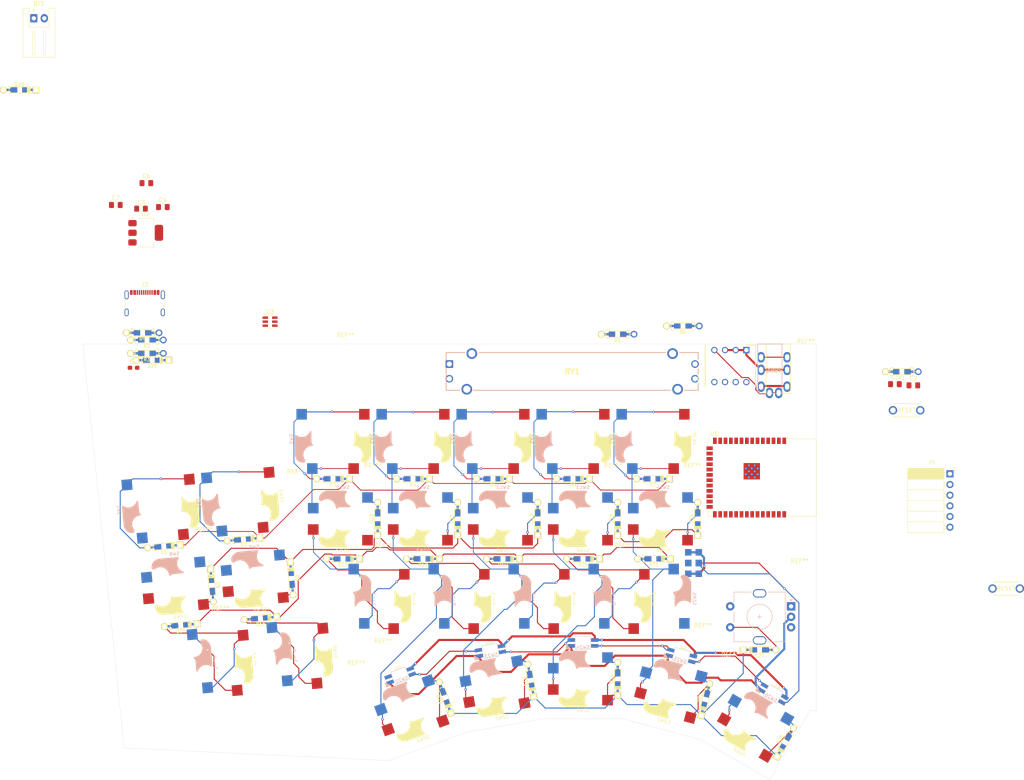
<source format=kicad_pcb>
(kicad_pcb (version 20240108) (generator "pcbnew") (generator_version "8.0")
  (layers (0 "F.Cu" signal) (31 "B.Cu" signal) (34 "B.Paste" user) (35 "F.Paste" user) (36 "B.SilkS" user "B.Silkscreen") (37 "F.SilkS" user "F.Silkscreen") (38 "B.Mask" user) (39 "F.Mask" user) (44 "Edge.Cuts" user))
  (net 0 "")
  (net 1 "Net-(D1-A)")
  (net 2 "row0")
  (net 3 "Net-(D2-A)")
  (net 4 "Net-(D3-A)")
  (net 5 "Net-(D4-A)")
  (net 6 "Net-(D5-A)")
  (net 7 "Net-(D6-A)")
  (net 8 "Net-(D7-A)")
  (net 9 "Net-(D8-A)")
  (net 10 "row1")
  (net 11 "Net-(D9-A)")
  (net 12 "Net-(D10-A)")
  (net 13 "Net-(D11-A)")
  (net 14 "Net-(D12-A)")
  (net 15 "Net-(D13-A)")
  (net 16 "Net-(D14-A)")
  (net 17 "Net-(D15-A)")
  (net 18 "row2")
  (net 19 "Net-(D16-A)")
  (net 20 "Net-(D17-A)")
  (net 21 "Net-(D18-A)")
  (net 22 "Net-(D19-A)")
  (net 23 "Net-(D20-A)")
  (net 24 "Net-(D21-A)")
  (net 25 "Net-(D22-A)")
  (net 26 "row3")
  (net 27 "Net-(D23-A)")
  (net 28 "Net-(D24-A)")
  (net 29 "Net-(D25-A)")
  (net 30 "Net-(D26-A)")
  (net 31 "Net-(D27-A)")
  (net 32 "split toggle")
  (net 33 "split-TX")
  (net 34 "GND")
  (net 35 "+3V3")
  (net 36 "col0")
  (net 37 "col1")
  (net 38 "col2")
  (net 39 "col3")
  (net 40 "col4")
  (net 41 "col5")
  (net 42 "col6")
  (net 43 "rotaryA")
  (net 44 "rotaryB")
  (net 47 "split-RX")
  (net 48 "Net-(U1-IO19)")
  (net 49 "Net-(U1-IO20)")
  (net 61 "USB-RX")
  (net 62 "USB-TX")
  (net 63 "Net-(J3-D+-PadA6)")
  (net 64 "Net-(J3-D--PadA7)")
  (net 65 "/VBUS")
  (net 66 "EN")
  (net 67 "IO0")
  (net 68 "Net-(J3-CC1)")
  (net 70 "Net-(J3-CC2)")
  (net 72 "Net-(J3-SHIELD)")
  (net 73 "Net-(R5-Pad1)")
  (net 74 "Net-(R6-Pad2)")
  (net 75 "slider")
  (net 76 "LED toggle")
  (net 77 "BLE toggle")
  (net 78 "power toggle")
  (net 79 "Net-(BT1-+)")
  (net 80 "Net-(D29-A)")
  (net 81 "Net-(J5-Pin_2)")
  (net 82 "rgb-led")
  (net 83 "Net-(LED1-DOUT)")
  (net 84 "Net-(LED2-DOUT)")
  (net 85 "Net-(LED3-DOUT)")
  (net 86 "Net-(LED4-DOUT)")
  (footprint "keebio:Resistor-Hybrid" (layer "F.Cu") (at 226.644776 49.707318)
    (property "Reference" "R1")
    (property "Value" "10kΩ" (hide yes))
  )
  (footprint "lib:StripLED_rev" (layer "F.Cu") (at 178.304776 92.727322)
    (property "Reference" "J5" (hide yes))
    (property "Value" "Conn_01x03" (hide yes))
  )
  (footprint "keebio:Diode-dual" (layer "F.Cu") (at 148.348757 75.217318)
    (property "Reference" "D6")
    (property "Value" "D" (hide yes))
  )
  (footprint "Package_TO_SOT_SMD:SOT-23-6" (layer "F.Cu") (at 76.212276 37.797318)
    (property "Reference" "U3")
    (property "Value" "USBLC6-2SC6")
  )
  (footprint "Capacitor_SMD:C_0805_2012Metric_Pad1.18x1.45mm_HandSolder" (layer "F.Cu") (at 50.697276 10.507318)
    (property "Reference" "C4")
    (property "Value" "10uF")
  )
  (footprint "keebio:Resistor-Hybrid" (layer "F.Cu") (at 46.904776 42.157318)
    (property "Reference" "R2")
    (property "Value" "5.1kΩ" (hide yes))
  )
  (footprint "keebio:Diode-dual" (layer "F.Cu") (at 120.892267 84.742322 -90)
    (property "Reference" "D11")
    (property "Value" "D" (hide yes))
  )
  (footprint "RF_Module:ESP32-S3-WROOM-1" (layer "F.Cu") (at 193.374776 74.917318 -90)
    (property "Reference" "U1")
    (property "Value" "ESP32-S3-WROOM-1")
  )
  (footprint "kbd:keyswitch_cherrymx_hotswap_1u" (layer "F.Cu") (at 112.629767 84.742322 180)
    (property "Reference" "SW40")
    (property "Value" "KEY_SW" (hide yes))
  )
  (footprint "keebio:Diode-dual" (layer "F.Cu") (at 48.184776 46.967318)
    (property "Reference" "D29")
    (property "Value" "D" (hide yes))
  )
  (footprint "MountingHole:MountingHole_2.2mm_M2" (layer "F.Cu") (at 100.723608 75.217136)
    (property "Reference" "REF**")
    (property "Value" "MountingHole_2.2mm_M2")
  )
  (footprint "keebio:Diode-dual" (layer "F.Cu") (at 112.629767 94.267322)
    (property "Reference" "D18")
    (property "Value" "D" (hide yes))
  )
  (footprint "lib:YS-SK6812MINI-E" (layer "F.Cu") (at 174.133454 117.373397 -15)
    (property "Reference" "LED4")
    (property "Value" "YS-SK6812MINI-E" (hide yes))
    (fp_line (start -1.8 1.55) (end 1.8 1.55) (stroke (width 0.1)) (layer "Edge.Cuts"))
    (fp_line (start -1.8 -1.55) (end -1.8 1.55) (stroke (width 0.1)) (layer "Edge.Cuts"))
    (fp_line (start 1.8 1.55) (end 1.8 -1.55) (stroke (width 0.1)) (layer "Edge.Cuts"))
    (fp_line (start 1.8 -1.55) (end -1.8 -1.55) (stroke (width 0.1)) (layer "Edge.Cuts"))
  )
  (footprint "keebio:Diode-dual" (layer "F.Cu") (at 167.39876 75.217318)
    (property "Reference" "D7")
    (property "Value" "D" (hide yes))
  )
  (footprint "keebio:Diode-dual" (layer "F.Cu") (at 62.374998 100.58477 95)
    (property "Reference" "D8")
    (property "Value" "D" (hide yes))
  )
  (footprint "" (layer "F.Cu") (at 103.163608 117.017136)
    (property "Reference" "")
    (property "Value" "")
  )
  (footprint "keebio:Diode-dual" (layer "F.Cu") (at 178.042253 84.742322 -90)
    (property "Reference" "D14")
    (property "Value" "D" (hide yes))
  )
  (footprint "keebio:Diode-dual" (layer "F.Cu") (at 131.67977 94.267322)
    (property "Reference" "D19")
    (property "Value" "D" (hide yes))
  )
  (footprint "kbd:keyswitch_cherrymx_hotswap_1u" (layer "F.Cu") (at 141.204764 103.792317 -90)
    (property "Reference" "SW48")
    (property "Value" "KEY_SW" (hide yes))
  )
  (footprint "Capacitor_SMD:C_0805_2012Metric_Pad1.18x1.45mm_HandSolder" (layer "F.Cu") (at 229.382276 52.957318)
    (property "Reference" "C2")
    (property "Value" "0.1uF")
  )
  (footprint "Capacitor_SMD:C_0805_2012Metric_Pad1.18x1.45mm_HandSolder" (layer "F.Cu") (at 46.767276 4.807318)
    (property "Reference" "C6")
    (property "Value" "22uF")
  )
  (footprint "keebio:Diode-dual" (layer "F.Cu") (at 50.910097 91.302968 5)
    (property "Reference" "D1")
    (property "Value" "D" (hide yes))
  )
  (footprint "kbd:keyswitch_cherrymx_hotswap_1u" (layer "F.Cu") (at 130.170659 124.640515 -170)
    (property "Reference" "SW51")
    (property "Value" "KEY_SW" (hide yes))
  )
  (footprint "kbd:keyswitch_cherrymx_hotswap_1u" (layer "F.Cu") (at 112.629767 65.692318 -90)
    (property "Reference" "SW33")
    (property "Value" "KEY_SW" (hide yes))
  )
  (footprint "kbd:keyswitch_cherrymx_hotswap_1u" (layer "F.Cu") (at 191.745598 133.833499 150)
    (property "Reference" "SW54")
    (property "Value" "KEY_SW" (hide yes))
  )
  (footprint "kbd:keyswitch_cherrymx_hotswap_1u" (layer "F.Cu") (at 150.729773 65.692318 -90)
    (property "Reference" "SW35")
    (property "Value" "KEY_SW" (hide yes))
  )
  (footprint "kbd:keyswitch_cherrymx_hotswap_1u" (layer "F.Cu") (at 93.579764 84.742322 180)
    (property "Reference" "SW39")
    (property "Value" "KEY_SW" (hide yes))
  )
  (footprint "kbd:keyswitch_cherrymx_hotswap_1u" (layer "F.Cu") (at 54.112487 100.58477 -175)
    (property "Reference" "SW37")
    (property "Value" "KEY_SW" (hide yes))
  )
  (footprint "kbd:keyswitch_cherrymx_hotswap_1u" (layer "F.Cu") (at 84.239501 117.071777 -85)
    (property "Reference" "SW45")
    (property "Value" "KEY_SW" (hide yes))
  )
  (footprint "keebio:Resistor-Hybrid" (layer "F.Cu") (at 46.904776 45.339318)
    (property "Reference" "R3")
    (property "Value" "5.1kΩ" (hide yes))
  )
  (footprint "MountingHole:MountingHole_2.2mm_M2" (layer "F.Cu") (at 160.254618 94.26714)
    (property "Reference" "REF**")
    (property "Value" "MountingHole_2.2mm_M2")
  )
  (footprint "lib:YS-SK6812MINI-E" (layer "F.Cu") (at 150.729773 114.29232)
    (property "Reference" "LED3" (hide yes))
    (property "Value" "YS-SK6812MINI-E" (hide yes))
    (fp_line (start -1.8 -1.55) (end -1.8 1.55) (stroke (width 0.1)) (layer "Edge.Cuts"))
    (fp_line (start -1.8 1.55) (end 1.8 1.55) (stroke (width 0.1)) (layer "Edge.Cuts"))
    (fp_line (start 1.8 -1.55) (end -1.8 -1.55) (stroke (width 0.1)) (layer "Edge.Cuts"))
    (fp_line (start 1.8 1.55) (end 1.8 -1.55) (stroke (width 0.1)) (layer "Edge.Cuts"))
  )
  (footprint "kbd:keyswitch_cherrymx_hotswap_1u" (layer "F.Cu") (at 171.920551 125.632063 165)
    (property "Reference" "SW53")
    (property "Value" "KEY_SW" (hide yes))
  )
  (footprint "kbd:keyswitch_cherrymx_hotswap_1u" (layer "F.Cu") (at 150.729773 84.742322 180)
    (property "Reference" "SW42")
    (property "Value" "KEY_SW" (hide yes))
  )
  (footprint "lib:SL4515NB103L15CM" (layer "F.Cu") (at 118.904776 47.892318)
    (property "Reference" "RV1")
    (property "Value" "Slider 50kΩ" (hide yes))
  )
  (footprint "Connector_JST:JST_XH_S2B-XH-A_1x02_P2.50mm_Horizontal" (layer "F.Cu") (at 19.964776 -34.442682)
    (property "Reference" "BT1")
    (property "Value" "Battery_Cell")
  )
  (footprint "keebio:Diode-dual" (layer "F.Cu") (at 139.94227 84.742322 -90)
    (property "Reference" "D12")
    (property "Value" "D" (hide yes))
  )
  (footprint "lib:YS-SK6812MINI-E" (layer "F.Cu") (at 196.020598 126.428982 -30)
    (property "Reference" "LED5")
    (property "Value" "YS-SK6812MINI-E" (hide yes))
    (fp_line (start -1.8 1.55) (end 1.8 1.55) (stroke (width 0.1)) (layer "Edge.Cuts"))
    (fp_line (start -1.8 -1.55) (end -1.8 1.55) (stroke (width 0.1)) (layer "Edge.Cuts"))
    (fp_line (start 1.8 1.55) (end 1.8 -1.55) (stroke (width 0.1)) (layer "Edge.Cuts"))
    (fp_line (start 1.8 -1.55) (end -1.8 -1.55) (stroke (width 0.1)) (layer "Edge.Cuts"))
  )
  (footprint "MountingHole:MountingHole_2.2mm_M2" (layer "F.Cu") (at 179.304595 113.317135)
    (property "Reference" "REF**")
    (property "Value" "MountingHole_2.2mm_M2")
  )
  (footprint "kbd:keyswitch_cherrymx_hotswap_1u" (layer "F.Cu") (at 110.138061 130.10331 -160)
    (property "Reference" "SW50")
    (property "Value" "KEY_SW" (hide yes))
  )
  (footprint "MountingHole:MountingHole_2.2mm_M2" (layer "F.Cu") (at 94.164841 44.233317)
    (property "Reference" "REF**")
    (property "Value" "MountingHole_2.2mm_M2")
  )
  (footprint "keebio:Diode-dual" (layer "F.Cu") (at 179.901506 127.770555 -105)
    (property "Reference" "D25")
    (property "Value" "D" (hide yes))
  )
  (footprint "keebio:Diode-dual" (layer "F.Cu") (at 69.887094 89.642968 5)
    (property "Reference" "D2")
    (property "Value" "D" (hide yes))
  )
  (footprint "MountingHole:MountingHole_2.2mm_M2" (layer "F.Cu") (at 202.312602 97.967136)
    (property "Reference" "REF**")
    (property "Value" "MountingHole_2.2mm_M2")
  )
  (footprint "kbd:keyswitch_cherrymx_hotswap_1u" (layer "F.Cu") (at 169.779776 84.742322 180)
    (property "Reference" "SW43")
    (property "Value" "KEY_SW" (hide yes))
  )
  (footprint "kbd:keyswitch_cherrymx_hotswap_1u" (layer "F.Cu") (at 52.452483 81.606773 -85)
    (property "Reference" "SW30")
    (property "Value" "KEY_SW" (hide yes))
  )
  (footprint "Connector_PinSocket_2.54mm:PinSocket_1x06_P2.54mm_Horizontal" (layer "F.Cu") (at 238.104776 74.032318)
    (property "Reference" "J4")
    (property "Value" "USB to TTL")
  )
  (footprint "keebio:Resistor-Hybrid" (layer "F.Cu") (at 45.874776 40.457318)
    (property "Reference" "R4")
    (property "Value" "1MΩ" (hide yes))
  )
  (footprint "keebio:Diode-dual" (layer "F.Cu") (at 91.19877 75.217318)
    (property "Reference" "D3")
    (property "Value" "D" (hide yes))
  )
  (footprint "lib:YS-SK6812MINI-E" (layer "F.Cu") (at 128.685967 116.220409 10)
    (property "Reference" "LED2")
    (property "Value" "YS-SK6812MINI-E" (hide yes))
    (fp_line (start -1.8 -1.55) (end -1.8 1.55) (stroke (width 0.1)) (layer "Edge.Cuts"))
    (fp_line (start -1.8 1.55) (end 1.8 1.55) (stroke (width 0.1)) (layer "Edge.Cuts"))
    (fp_line (start 1.8 -1.55) (end -1.8 -1.55) (stroke (width 0.1)) (layer "Edge.Cuts"))
    (fp_line (start 1.8 1.55) (end 1.8 -1.55) (stroke (width 0.1)) (layer "Edge.Cuts"))
  )
  (footprint "lib:YS-SK6812MINI-E" (layer "F.Cu") (at 107.213789 122.068938 20)
    (property "Reference" "LED1")
    (property "Value" "YS-SK6812MINI-E" (hide yes))
    (fp_line (start -1.8 -1.55) (end -1.8 1.55) (stroke (width 0.1)) (layer "Edge.Cuts"))
    (fp_line (start -1.8 1.55) (end 1.8 1.55) (stroke (width 0.1)) (layer "Edge.Cuts"))
    (fp_line (start 1.8 -1.55) (end -1.8 -1.55) (stroke (width 0.1)) (layer "Edge.Cuts"))
    (fp_line (start 1.8 1.55) (end 1.8 -1.55) (stroke (width 0.1)) (layer "Edge.Cuts"))
  )
  (footprint "keebio:Diode-dual" (layer "F.Cu") (at 110.248766 75.217318)
    (property "Reference" "D4")
    (property "Value" "D" (hide yes))
  )
  (footprint "kbd:keyswitch_cherrymx_hotswap_1u" (layer "F.Cu") (at 169.779776 65.692318 -90)
    (property "Reference" "SW36")
    (property "Value" "KEY_SW" (hide yes))
  )
  (footprint "kbd:ResetSW" (layer "F.Cu") (at 227.774776 58.897318)
    (property "Reference" "SW60" (hide yes))
    (property "Value" "RESET_SW")
  )
  (footprint "keebio:Diode-dual" (layer "F.Cu") (at 93.579764 94.267322)
    (property "Reference" "D17")
    (property "Value" "D" (hide yes))
  )
  (footprint "MountingHole:MountingHole_2.2mm_M2" (layer "F.Cu") (at 157.873602 75.217136)
    (property "Reference" "REF**")
    (property "Value" "MountingHole_2.2mm_M2")
  )
  (footprint "kbd:keyswitch_cherrymx_hotswap_1u" (layer "F.Cu") (at 65.261504 118.731773 -85)
    (property "Reference" "SW44")
    (property "Value" "KEY_SW" (hide yes))
  )
  (footprint "lib:DIPS762W80P254L1170H690Q8N" (layer "F.Cu") (at 189.624776 44.557318 -90)
    (property "Reference" "SW６２1" (hide yes))
    (property "Value" "DIP_SW" (hide yes))
  )
  (footprint "kbd:keyswitch_cherrymx_hotswap_1u" (layer "F.Cu") (at 103.104758 103.792317 -90)
    (property "Reference" "SW46")
    (property "Value" "KEY_SW" (hide yes))
  )
  (footprint "kbd:keyswitch_cherrymx_hotswap_1u" (layer "F.Cu") (at 131.67977 65.692318 -90)
    (property "Reference" "SW34")
    (property "Value" "KEY_SW" (hide yes))
  )
  (footprint "Package_TO_SOT_SMD:SOT-223-3_TabPin2" (layer "F.Cu") (at 46.604776 16.637318)
    (property "Reference" "U2")
    (property "Value" "TPS1117LV33S")
  )
  (footprint "keebio:Diode-dual" (layer "F.Cu") (at 167.609753 94.267322)
    (property "Reference" "D21")
    (property "Value" "D" (hide yes))
  )
  (footprint "Capacitor_SMD:C_0805_2012Metric_Pad1.18x1.45mm_HandSolder" (layer "F.Cu") (at 224.992276 52.677318)
    (property "Reference" "C1")
    (property "Value" "0.1uF")
  )
  (footprint "keebio:Diode-dual" (layer "F.Cu") (at 54.94234 110.073021 5)
    (property "Reference" "D15")
    (property "Value" "D" (hide yes))
  )
  (footprint "MountingHole:MountingHole_2.2mm_M2" (layer "F.Cu") (at 96.744841 122.253317)
    (property "Reference" "REF**")
    (property "Value" "MountingHole_2.2mm_M2")
  )
  (footprint "keebio:Diode-dual" (layer "F.Cu") (at 138.307626 123.205747 -80)
    (property "Reference" "D23")
    (property "Value" "D" (hide yes))
  )
  (footprint "keebio:Diode-dual" (layer "F.Cu") (at 158.992265 84.742322 -90)
    (property "Reference" "D13")
    (property "Value" "D" (hide yes))
  )
  (footprint "MountingHole:MountingHole_2.2mm_M2" (layer "F.Cu") (at 203.754776 45.627318)
    (property "Reference" "REF**")
    (property "Value" "MountingHole_2.2mm_M2")
  )
  (footprint "MountingHole:MountingHole_2.2mm_M2" (layer "F.Cu") (at 176.773602 75.217136)
    (property "Reference" "REF**")
    (property "Value" "MountingHole_2.2mm_M2")
  )
  (footprint "keebio:Resistor-Hybrid" (layer "F.Cu") (at 158.974776 40.787318)
    (property "Reference" "R5")
    (property "Value" "5.1kΩ" (hide yes))
  )
  (footprint "Connector_USB:USB_C_Receptacle_GCT_USB4105-xx-A_16P_TopMnt_Horizontal" (layer "F.Cu") (at 46.374776 34.517318)
    (property "Reference" "J3")
    (property "Value" "USB_C_Receptacle_USB2.0_16P")
  )
  (footprint "Capacitor_SMD:C_0805_2012Metric_Pad1.18x1.45mm_HandSolder" (layer "F.Cu") (at 39.497276 10.017318)
    (property "Reference" "C7")
    (property "Value" "0.1uF")
  )
  (footprint "kbd:keyswitch_cherrymx_hotswap_1u" (layer "F.Cu") (at 131.67977 84.742322 180)
    (property "Reference" "SW41")
    (property "Value" "KEY_SW" (hide yes))
  )
  (footprint "keebio:Diode-dual" (layer "F.Cu") (at 117.901272 127.277369 -70)
    (property "Reference" "D22")
    (property "Value" "D" (hide yes))
  )
  (footprint "MountingHole:MountingHole_2.2mm_M2" (layer "F.Cu") (at 103.1046 94.267135)
    (property "Reference" "REF**")
    (property "Value" "MountingHole_2.2mm_M2")
  )
  (footprint "keebio:Diode-dual" (layer "F.Cu") (at 192.774999 115.945499 180)
    (property "Reference" "D27")
    (property "Value" "D" (hide yes))
  )
  (footprint "kbd:keyswitch_cherrymx_hotswap_1u" (layer "F.Cu") (at 122.154776 103.792317 -90)
    (property "Reference" "SW47")
    (property "Value" "KEY_SW" (hide yes))
  )
  (footprint "keebio:Diode-dual" (layer "F.Cu") (at 16.614776 -17.392682)
    (property "Reference" "D28")
    (property "Value" "D" (hide yes))
  )
  (footprint "MountingHole:MountingHole_2.2mm_M2" (layer "F.Cu") (at 185.752602 120.237136)
    (property "Reference" "REF**")
    (property "Value" "MountingHole_2.2mm_M2")
  )
  (footprint "keebio:Diode-dual" (layer "F.Cu") (at 101.842264 84.742322 -90)
    (property "Reference" "D10")
    (property "Value" "D" (hide yes))
  )
  (footprint "keebio:Diode-dual" (layer "F.Cu") (at 81.352 98.924774 95)
    (property "Reference" "D9")
    (property "Value" "D" (hide yes))
  )
  (footprint "kbd:keyswitch_cherrymx_hotswap_1u" (layer "F.Cu") (at 71.429504 79.946773 -85)
    (property "Reference" "SW31")
    (property "Value" "KEY_SW" (hide yes))
  )
  (footprint "keebio:Diode-dual" (layer "F.Cu") (at 198.899685 137.964499 -120)
    (property "Reference" "D26")
    (property "Value" "D" (hide yes))
  )
  (footprint "kbd:ResetSW" (layer "F.Cu") (at 251.484999 101.341499)
    (property "Reference" "SW61" (hide yes))
    (property "Value" "BOOT_SW")
  )
  (footprint "keebio:Diode-dual" (layer "F.Cu") (at 150.729765 94.267322)
    (property "Reference" "D20")
    (property "Value" "D" (hide yes))
  )
  (footprint "kbd:keyswitch_cherrymx_hotswap_1u" (layer "F.Cu") (at 93.579764 65.692318 -90)
    (property "Reference" "SW32")
    (property "Value" "KEY_SW" (hide yes))
  )
  (footprint "kbd:keyswitch_cherrymx_hotswap_1u" (layer "F.Cu") (at 73.090484 98.924774 -175)
    (property "Reference" "SW38")
    (property "Value" "KEY_SW" (hide yes))
  )
  (footprint "keebio:Diode-dual" (layer "F.Cu") (at 73.919341 108.413017 5)
    (property "Reference" "D16")
    (property "Value" "D" (hide yes))
  )
  (footprint "MountingHole:MountingHole_2.2mm_M2" (layer "F.Cu") (at 64.43173 109.243505)
    (property "Reference" "REF**")
    (property "Value" "MountingHole_2.2mm_M2")
  )
  (footprint "kbd:MJ-4PP-9" (layer "F.Cu") (at 197.224776 42.967318)
    (property "Reference" "J2")
    (property "Value" "MJ-4PP-9" (hide yes))
  )
  (footprint "keebio:Diode-dual" (layer "F.Cu") (at 158.992265 122.84232 -90)
    (property "Reference" "D24")
    (property "Value" "D" (hide yes))
  )
  (footprint "MountingHole:MountingHole_2.2mm_M2" (layer "F.Cu") (at 82.363608 76.737136)
    (property "Reference" "REF**")
    (property "Value" "MountingHole_2.2mm_M2")
  )
  (footprint "kbd:keyswitch_cherrymx_hotswap_1u" (layer "F.Cu") (at 160.254767 103.792317 -90)
    (property "Reference" "SW49")
    (property "Value" "KEY_SW" (hide yes))
  )
  (footprint "lib:StripLED_rev" (layer "F.Cu") (at 175.804776 92.727322)
    (property "Reference" "J6" (hide yes))
    (property "Value" "Conn_01x03" (hide yes))
  )
  (footprint "kbd:keyswitch_cherrymx_hotswap_1u" (layer "F.Cu") (at 150.729773 122.84232 180)
    (property "Reference" "SW52")
    (property "Value" "KEY_SW" (hide yes))
  )
  (footprint "keebio:Diode-dual" (layer "F.Cu") (at 129.298769 75.217318)
    (property "Reference" "D5")
    (property "Value" "D" (hide yes))
  )
  (footprint "Capacitor_SMD:C_0603_1608Metric_Pad1.08x0.95mm_HandSolder" (layer "F.Cu") (at 43.717276 48.777318)
    (property "Reference" "C5")
    (property "Value" "4700pF")
  )
  (footprint "Capacitor_SMD:C_0805_2012Metric_Pad1.18x1.45mm_HandSolder" (layer "F.Cu") (at 45.487276 10.897318)
    (property "Reference" "C3")
    (property "Value" "10uF")
  )
  (footprint "MountingHole:MountingHole_2.2mm_M2" (layer "F.Cu") (at 60.398693 90.472627)
    (property "Reference" "REF**")
    (property "Value" "MountingHole_2.2mm_M2")
  )
  (footprint "MountingHole:MountingHole_2.2mm_M2" (layer "F.Cu") (at 103.163608 117.017136)
    (property "Reference" "REF**")
    (property "Value" "MountingHole_2.2mm_M2")
  )
  (footprint "keebio:Resistor-Hybrid" (layer "F.Cu") (at 174.514776 38.827318)
    (property "Reference" "R6")
    (property "Value" "5.1kΩ" (hide yes))
  )
  (footprint "kbd:keyswitch_cherrymx_hotswap_1u" (layer "B.Cu") (at 66.684497 80.361774 -85)
    (property "Reference" "SW2")
    (property "Value" "KEY_SW" (hide yes))
  )
  (footprint "kbd:keyswitch_cherrymx_hotswap_1u" (layer "B.Cu") (at 107.867766 65.692318 -90)
    (property "Reference" "SW4")
    (property "Value" "KEY_SW" (hide yes))
  )
  (footprint "kbd:keyswitch_cherrymx_hotswap_1u" (layer "B.Cu") (at 130.170652 124.640515 -170)
    (property "Reference" "SW23")
    (property "Value" "KEY_SW" (hide yes))
  )
  (footprint "kbd:keyswitch_cherrymx_hotswap_1u" (layer "B.Cu") (at 74.749499 117.901771 95)
    (property "Reference" "SW16")
    (property "Value" "KEY_SW" (hide yes))
  )
  (footprint "kbd:keyswitch_cherrymx_hotswap_1u" (layer "B.Cu") (at 169.779753 84.742322 180)
    (property "Reference" "SW14")
    (property "Value" "KEY_SW" (hide yes))
  )
  (footprint "kbd:keyswitch_cherrymx_hotswap_1u" (layer "B.Cu") (at 93.579764 103.792317 90)
    (property "Reference" "SW17")
    (property "Value" "KEY_SW" (hide yes))
  )
  (footprint "kbd:keyswitch_cherrymx_hotswap_1u" (layer "B.Cu") (at 171.920544 125.632063 165)
    (property "Reference" "SW25")
    (property "Value" "KEY_SW" (hide yes))
  )
  (footprint "kbd:keyswitch_cherrymx_hotswap_1u" (layer "B.Cu") (at 150.729765 84.742322 180)
    (property "Reference" "SW13")
    (property "Value" "KEY_SW" (hide yes))
  )
  (footprint "kbd:keyswitch_cherrymx_hotswap_1u" (layer "B.Cu") (at 126.917769 65.692318 -90)
    (property "Reference" "SW5")
    (property "Value" "KEY_SW" (hide yes))
  )
  (footprint "kbd:keyswitch_cherrymx_hotswap_1u" (layer "B.Cu") (at 169.779753 103.792317 90)
    (property "Reference" "SW21")
    (property "Value" "KEY_SW" (hide yes))
  )
  (footprint "keebio:RotaryEncoder_EC11" (layer "B.Cu") (at 192.774999 108.083499 180)
    (property "Reference" "SW27")
    (property "Value" "RotaryEncoder")
  )
  (footprint "kbd:keyswitch_cherrymx_hotswap_1u" (layer "B.Cu") (at 54.112498 100.58477 -175)
    (property "Reference" "SW8")
    (property "Value" "KEY_SW" (hide yes))
  )
  (footprint "kbd:keyswitch_cherrymx_hotswap_1u" (layer "B.Cu") (at 73.0895 98.924774 -175)
    (property "Reference" "SW9")
    (property "Value" "KEY_SW" (hide yes))
  )
  (footprint "kbd:keyswitch_cherrymx_hotswap_1u" (layer "B.Cu") (at 112.629767 84.742322 180)
    (property "Reference" "SW11")
    (property "Value" "KEY_SW" (hide yes))
  )
  (footprint "kbd:keyswitch_cherrymx_hotswap_1u" (layer "B.Cu") (at 131.67977 84.742322 180)
    (property "Reference" "SW12")
    (property "Value" "KEY_SW" (hide yes))
  )
  (footprint "kbd:keyswitch_cherrymx_hotswap_1u" (layer "B.Cu") (at 112.629767 103.792317 90)
    (property "Reference" "SW18")
    (property "Value" "KEY_SW" (hide yes))
  )
  (footprint "kbd:keyswitch_cherrymx_hotswap_1u" (layer "B.Cu") (at 191.744583 133.833499 150)
    (property "Reference" "SW26")
    (property "Value" "KEY_SW" (hide yes))
  )
  (footprint "kbd:keyswitch_cherrymx_hotswap_1u" (layer "B.Cu") (at 165.01776 65.692318 -90)
    (property "Reference" "SW7")
    (property "Value" "KEY_SW" (hide yes))
  )
  (footprint "kbd:keyswitch_cherrymx_hotswap_1u" (layer "B.Cu") (at 88.81777 65.692318 -90)
    (property "Reference" "SW3")
    (property "Value" "KEY_SW" (hide yes))
  )
  (footprint "kbd:keyswitch_cherrymx_hotswap_1u" (layer "B.Cu") (at 150.729765 103.792317 90)
    (property "Reference" "SW20")
    (property "Value" "KEY_SW" (hide yes))
  )
  (footprint "kbd:keyswitch_cherrymx_hotswap_1u" (layer "B.Cu") (at 110.137062 130.10331 -160)
    (property "Reference" "SW22")
    (property "Value" "KEY_SW" (hide yes))
  )
  (footprint "kbd:keyswitch_cherrymx_hotswap_1u" (layer "B.Cu") (at 93.579764 84.742322 180)
    (property "Reference" "SW10")
    (property "Value" "KEY_SW" (hide yes))
  )
  (footprint "kbd:keyswitch_cherrymx_hotswap_1u" (layer "B.Cu") (at 150.729765 122.84232 180)
    (property "Reference" "SW24")
    (property "Value" "KEY_SW" (hide yes))
  )
  (footprint "kbd:keyswitch_cherrymx_hotswap_1u" (layer "B.Cu") (at 55.772498 119.561775 95)
    (property "Reference" "SW15")
    (property "Value" "KEY_SW" (hide yes))
  )
  (footprint "kbd:MJ-4PP-9" (layer "B.Cu") (at 195.224776 42.967318 180)
    (property "Reference" "J1")
    (property "Value" "MJ-4PP-9" (hide yes))
  )
  (footprint "kbd:keyswitch_cherrymx_hotswap_1u" (layer "B.Cu") (at 145.967757 65.692318 -90)
    (property "Reference" "SW6")
    (property "Value" "KEY_SW" (hide yes))
  )
  (footprint "kbd:keyswitch_cherrymx_hotswap_1u" (layer "B.Cu") (at 131.67977 103.792317 90)
    (property "Reference" "SW19")
    (property "Value" "KEY_SW" (hide yes))
  )
  (footprint "kbd:keyswitch_cherrymx_hotswap_1u" (layer "B.Cu") (at 47.7075 82.021774 -85)
    (property "Reference" "SW1")
    (property "Value" "KEY_SW" (hide yes))
  )
  (gr_line (start 122.345376 135.79614) (end 122.444364 135.674808) (stroke (width 0.05)) (layer "Edge.Cuts"))
  (gr_line (start 195.23199 146.844891) (end 178.734206 137.319891) (stroke (width 0.05)) (layer "Edge.Cuts"))
  (gr_line (start 31.653766 43.1173) (end 206.275 43.1173) (stroke (width 0.05)) (layer "Edge.Cuts"))
  (gr_line (start 104.444232 142.311624) (end 41.454232 139.291624) (stroke (width 0.05)) (layer "Edge.Cuts"))
  (gr_line (start 122.444364 135.674808) (end 141.204952 132.36681) (stroke (width 0.05)) (layer "Edge.Cuts"))
  (gr_line (start 178.655736 137.297758) (end 160.254849 132.367255) (stroke (width 0.05)) (layer "Edge.Cuts"))
  (gr_line (start 195.23199 146.844891) (end 204.75699 130.347107) (stroke (width 0.05)) (layer "Edge.Cuts"))
  (gr_line (start 206.275 43.1173) (end 206.275 130.347107) (stroke (width 0.05)) (layer "Edge.Cuts"))
  (gr_line (start 178.734206 137.319891) (end 178.655736 137.297758) (stroke (width 0.05)) (layer "Edge.Cuts"))
  (gr_line (start 104.444232 142.311624) (end 122.345376 135.79614) (stroke (width 0.05)) (layer "Edge.Cuts"))
  (gr_line (start 204.75699 130.347107) (end 206.275 130.347107) (stroke (width 0.05)) (layer "Edge.Cuts"))
  (gr_line (start 141.204765 132.36732) (end 160.254765 132.36732) (stroke (width 0.05)) (layer "Edge.Cuts"))
  (gr_line (start 41.454232 139.291624) (end 31.653766 43.1173) (stroke (width 0.05)) (layer "Edge.Cuts"))
  (segment (start 57.003988 75.344252) (end 56.877054 75.217318) (width 0.25) (layer "F.Cu") (net 1))
  (segment (start 56.877054 75.217318) (end 50.23376 75.217318) (width 0.25) (layer "F.Cu") (net 1))
  (via (at 50.23376 75.217318) (size 0.6) (drill 0.3) (layers "F.Cu" "B.Cu") (net 1))
  (segment (start 47.024938 91.642875) (end 45.163516 91.642875) (width 0.25) (layer "B.Cu") (net 1))
  (segment (start 43.565105 75.217318) (end 42.137667 76.644756) (width 0.25) (layer "B.Cu") (net 1))
  (segment (start 40.550455 78.231968) (end 42.137667 76.644756) (width 0.25) (layer "B.Cu") (net 1))
  (segment (start 50.23376 75.217318) (end 43.565105 75.217318) (width 0.25) (layer "B.Cu") (net 1))
  (segment (start 40.550455 87.029814) (end 40.550455 78.231968) (width 0.25) (layer "B.Cu") (net 1))
  (segment (start 45.163516 91.642875) (end 40.550455 87.029814) (width 0.25) (layer "B.Cu") (net 1))
  (segment (start 152.248757 75.217318) (end 154.938757 77.907318) (width 0.2) (layer "F.Cu") (net 2))
  (segment (start 114.148766 75.217318) (end 115.248766 76.317318) (width 0.2) (layer "F.Cu") (net 2))
  (segment (start 92.54877 77.767318) (end 86.535292 77.767318) (width 0.2) (layer "F.Cu") (net 2))
  (segment (start 95.09877 75.217318) (end 92.54877 77.767318) (width 0.2) (layer "F.Cu") (net 2))
  (segment (start 72.22651 87.757318) (end 59.228271 87.757318) (width 0.2) (layer "F.Cu") (net 2))
  (segment (start 133.198769 75.217318) (end 134.298769 76.317318) (width 0.2) (layer "F.Cu") (net 2))
  (segment (start 95.09877 75.217318) (end 97.79877 77.917318) (width 0.2) (layer "F.Cu") (net 2))
  (segment (start 154.938757 77.907318) (end 168.60876 77.907318) (width 0.2) (layer "F.Cu") (net 2))
  (segment (start 74.999549 89.303061) (end 73.772253 89.303061) (width 0.2) (layer "F.Cu") (net 2))
  (segment (start 115.248766 76.317318) (end 132.098769 76.317318) (width 0.2) (layer "F.Cu") (net 2))
  (segment (start 59.228271 87.757318) (end 56.022528 90.963061) (width 0.2) (layer "F.Cu") (net 2))
  (segment (start 151.148757 76.317318) (end 152.248757 75.217318) (width 0.2) (layer "F.Cu") (net 2))
  (segment (start 73.772253 89.303061) (end 72.22651 87.757318) (width 0.2) (layer "F.Cu") (net 2))
  (segment (start 132.098769 76.317318) (end 133.198769 75.217318) (width 0.2) (layer "F.Cu") (net 2))
  (segment (start 168.60876 77.907318) (end 171.29876 75.217318) (width 0.2) (layer "F.Cu") (net 2))
  (segment (start 56.022528 90.963061) (end 54.795256 90.963061) (width 0.2) (layer "F.Cu") (net 2))
  (segment (start 134.298769 76.317318) (end 151.148757 76.317318) (width 0.2) (layer "F.Cu") (net 2))
  (segment (start 111.448766 77.917318) (end 114.148766 75.217318) (width 0.2) (layer "F.Cu") (net 2))
  (segment (start 97.79877 77.917318) (end 111.448766 77.917318) (width 0.2) (layer "F.Cu") (net 2))
  (segment (start 86.535292 77.767318) (end 74.999549 89.303061) (width 0.2) (layer "F.Cu") (net 2))
  (segment (start 68.797546 73.561104) (end 68.78376 73.547318) (width 0.25) (layer "F.Cu") (net 3))
  (segment (start 75.981009 73.684252) (end 75.857861 73.561104) (width 0.25) (layer "F.Cu") (net 3))
  (segment (start 75.857861 73.561104) (end 68.797546 73.561104) (width 0.25) (layer "F.Cu") (net 3))
  (via (at 68.78376 73.547318) (size 0.6) (drill 0.3) (layers "F.Cu" "B.Cu") (net 3))
  (segment (start 66.001935 89.982875) (end 64.140513 89.982875) (width 0.25) (layer "B.Cu") (net 3))
  (segment (start 59.527452 85.369814) (end 59.527452 76.571968) (width 0.25) (layer "B.Cu") (net 3))
  (segment (start 62.552102 73.547318) (end 61.114664 74.984756) (width 0.25) (layer "B.Cu") (net 3))
  (segment (start 68.78376 73.547318) (end 62.552102 73.547318) (width 0.25) (layer "B.Cu") (net 3))
  (segment (start 59.527452 76.571968) (end 61.114664 74.984756) (width 0.25) (layer "B.Cu") (net 3))
  (segment (start 64.140513 89.982875) (end 59.527452 85.369814) (width 0.25) (layer "B.Cu") (net 3))
  (segment (start 91.02376 59.287318) (end 90.98376 59.247318) (width 0.25) (layer "F.Cu") (net 4))
  (segment (start 85.707768 75.217318) (end 87.29877 75.217318) (width 0.2) (layer "F.Cu") (net 4))
  (segment (start 84.527768 74.037318) (end 85.707768 75.217318) (width 0.2) (layer "F.Cu") (net 4))
  (segment (start 98.096764 59.287318) (end 91.02376 59.287318) (width 0.25) (layer "F.Cu") (net 4))
  (segment (start 98.659764 59.850318) (end 98.096764 59.287318) (width 0.25) (layer "F.Cu") (net 4))
  (via (at 90.98376 59.247318) (size 0.6) (drill 0.3) (layers "F.Cu" "B.Cu") (net 4))
  (via (at 84.527768 74.037318) (size 0.6) (drill 0.3) (layers "F.Cu" "B.Cu") (net 4))
  (segment (start 81.88777 61.700318) (end 83.73777 59.850318) (width 0.2) (layer "B.Cu") (net 4))
  (segment (start 84.30077 59.287318) (end 83.73777 59.850318) (width 0.25) (layer "B.Cu") (net 4))
  (segment (start 90.98376 59.247318) (end 90.94376 59.287318) (width 0.25) (layer "B.Cu") (net 4))
  (segment (start 81.88777 71.402499) (end 81.88777 61.700318) (width 0.2) (layer "B.Cu") (net 4))
  (segment (start 90.94376 59.287318) (end 84.30077 59.287318) (width 0.25) (layer "B.Cu") (net 4))
  (segment (start 84.527768 74.037318) (end 84.522589 74.037318) (width 0.2) (layer "B.Cu") (net 4))
  (segment (start 84.522589 74.037318) (end 81.88777 71.402499) (width 0.2) (layer "B.Cu") (net 4))
  (segment (start 117.146767 59.287318) (end 110.34376 59.287318) (width 0.25) (layer "F.Cu") (net 5))
  (segment (start 104.604961 75.217318) (end 106.348766 75.217318) (width 0.2) (layer "F.Cu") (net 5))
  (segment (start 117.709767 59.850318) (end 117.146767 59.287318) (width 0.25) (layer "F.Cu") (net 5))
  (segment (start 110.34376 59.287318) (end 110.29376 59.337318) (width 0.25) (layer "F.Cu") (net 5))
  (segment (start 103.911514 74.523871) (end 104.604961 75.217318) (width 0.2) (layer "F.Cu") (net 5))
  (via (at 110.29376 59.337318) (size 0.6) (drill 0.3) (layers "F.Cu" "B.Cu") (net 5))
  (via (at 103.911514 74.523871) (size 0.6) (drill 0.3) (layers "F.Cu" "B.Cu") (net 5))
  (segment (start 103.909313 74.523871) (end 100.937766 71.552324) (width 0.2) (layer "B.Cu") (net 5))
  (segment (start 103.911514 74.523871) (end 103.909313 74.523871) (width 0.2) (layer "B.Cu") (net 5))
  (segment (start 100.937766 61.700318) (end 102.787766 59.850318) (width 0.2) (layer "B.Cu") (net 5))
  (segment (start 110.29376 59.337318) (end 110.24376 59.287318) (width 0.25) (layer "B.Cu") (net 5))
  (segment (start 103.350766 59.287318) (end 102.787766 59.850318) (width 0.25) (layer "B.Cu") (net 5))
  (segment (start 100.937766 71.552324) (end 100.937766 61.700318) (width 0.2) (layer "B.Cu") (net 5))
  (segment (start 110.24376 59.287318) (end 103.350766 59.287318) (width 0.25) (layer "B.Cu") (net 5))
  (segment (start 129.33376 59.287318) (end 129.28376 59.337318) (width 0.25) (layer "F.Cu") (net 6))
  (segment (start 136.75977 59.850318) (end 136.19677 59.287318) (width 0.25) (layer "F.Cu") (net 6))
  (segment (start 122.129379 74.251699) (end 123.094998 75.217318) (width 0.2) (layer "F.Cu") (net 6))
  (segment (start 136.19677 59.287318) (end 129.33376 59.287318) (width 0.25) (layer "F.Cu") (net 6))
  (segment (start 123.094998 75.217318) (end 125.398769 75.217318) (width 0.2) (layer "F.Cu") (net 6))
  (via (at 129.28376 59.337318) (size 0.6) (drill 0.3) (layers "F.Cu" "B.Cu") (net 6))
  (via (at 122.129379 74.251699) (size 0.6) (drill 0.3) (layers "F.Cu" "B.Cu") (net 6))
  (segment (start 122.129379 74.251698) (end 119.987769 72.110088) (width 0.2) (layer "B.Cu") (net 6))
  (segment (start 129.28376 59.337318) (end 128.85376 59.337318) (width 0.25) (layer "B.Cu") (net 6))
  (segment (start 119.987769 72.110088) (end 119.987769 61.700318) (width 0.2) (layer "B.Cu") (net 6))
  (segment (start 128.80376 59.287318) (end 122.400769 59.287318) (width 0.25) (layer "B.Cu") (net 6))
  (segment (start 122.129379 74.251699) (end 122.129379 74.251698) (width 0.2) (layer "B.Cu") (net 6))
  (segment (start 122.400769 59.287318) (end 121.837769 59.850318) (width 0.25) (layer "B.Cu") (net 6))
  (segment (start 119.987769 61.700318) (end 121.837769 59.850318) (width 0.2) (layer "B.Cu") (net 6))
  (segment (start 128.85376 59.337318) (end 128.80376 59.287318) (width 0.25) (layer "B.Cu") (net 6))
  (segment (start 140.63376 74.227318) (end 141.62376 75.217318) (width 0.2) (layer "F.Cu") (net 7))
  (segment (start 155.196773 59.237318) (end 148.39376 59.237318) (width 0.25) (layer "F.Cu") (net 7))
  (segment (start 141.62376 75.217318) (end 144.448757 75.217318) (width 0.2) (layer "F.Cu") (net 7))
  (segment (start 155.809773 59.850318) (end 155.196773 59.237318) (width 0.25) (layer "F.Cu") (net 7))
  (via (at 140.63376 74.227318) (size 0.6) (drill 0.3) (layers "F.Cu" "B.Cu") (net 7))
  (via (at 148.39376 59.237318) (size 0.6) (drill 0.3) (layers "F.Cu" "B.Cu") (net 7))
  (segment (start 139.037757 72.631315) (end 139.037757 61.700318) (width 0.2) (layer "B.Cu") (net 7))
  (segment (start 139.037757 61.700318) (end 140.887757 59.850318) (width 0.2) (layer "B.Cu") (net 7))
  (segment (start 141.500757 59.237318) (end 140.887757 59.850318) (width 0.25) (layer "B.Cu") (net 7))
  (segment (start 148.39376 59.237318) (end 141.500757 59.237318) (width 0.25) (layer "B.Cu") (net 7))
  (segment (start 140.63376 74.227318) (end 139.037757 72.631315) (width 0.2) (layer "B.Cu") (net 7))
  (segment (start 174.296776 59.287318) (end 167.53376 59.287318) (width 0.25) (layer "F.Cu") (net 8))
  (segment (start 160.814428 74.333669) (end 161.698077 75.217318) (width 0.2) (layer "F.Cu") (net 8))
  (segment (start 161.698077 75.217318) (end 163.49876 75.217318) (width 0.2) (layer "F.Cu") (net 8))
  (segment (start 174.859776 59.850318) (end 174.296776 59.287318) (width 0.25) (layer "F.Cu") (net 8))
  (segment (start 167.53376 59.287318) (end 167.51376 59.307318) (width 0.25) (layer "F.Cu") (net 8))
  (via (at 167.51376 59.307318) (size 0.6) (drill 0.3) (layers "F.Cu" "B.Cu") (net 8))
  (via (at 160.814428 74.333669) (size 0.6) (drill 0.3) (layers "F.Cu" "B.Cu") (net 8))
  (segment (start 160.814428 74.333669) (end 160.814428 74.31798) (width 0.2) (layer "B.Cu") (net 8))
  (segment (start 158.08776 61.700318) (end 159.93776 59.850318) (width 0.2) (layer "B.Cu") (net 8))
  (segment (start 158.08776 71.591312) (end 158.08776 61.700318) (width 0.2) (layer "B.Cu") (net 8))
  (segment (start 160.814428 74.31798) (end 158.08776 71.591312) (width 0.2) (layer "B.Cu") (net 8))
  (segment (start 167.51376 59.307318) (end 167.49376 59.287318) (width 0.25) (layer "B.Cu") (net 8))
  (segment (start 167.49376 59.287318) (end 160.50076 59.287318) (width 0.25) (layer "B.Cu") (net 8))
  (segment (start 160.50076 59.287318) (end 159.93776 59.850318) (width 0.25) (layer "B.Cu") (net 8))
  (segment (start 61.041354 104.469929) (end 60.375008 105.136275) (width 0.25) (layer "F.Cu") (net 9))
  (segment (start 62.714905 104.469929) (end 61.041354 104.469929) (width 0.25) (layer "F.Cu") (net 9))
  (segment (start 101.842264 88.642322) (end 104.897264 91.697322) (width 0.25) (layer "F.Cu") (net 10))
  (segment (start 123.947267 91.697322) (end 138.82177 91.697322) (width 0.25) (layer "F.Cu") (net 10))
  (segment (start 84.01439 92.037318) (end 81.012093 95.039615) (width 0.25) (layer "F.Cu") (net 10))
  (segment (start 139.94227 90.576822) (end 139.94227 88.642322) (width 0.25) (layer "F.Cu") (net 10))
  (segment (start 104.897264 91.697322) (end 119.771767 91.697322) (width 0.25) (layer "F.Cu") (net 10))
  (segment (start 101.021764 91.397322) (end 100.381768 92.037318) (width 0.25) (layer "F.Cu") (net 10))
  (segment (start 172.16813 87.322318) (end 176.722249 87.322318) (width 0.25) (layer "F.Cu") (net 10))
  (segment (start 176.722249 87.322318) (end 178.042253 88.642322) (width 0.25) (layer "F.Cu") (net 10))
  (segment (start 169.321949 90.168499) (end 172.16813 87.322318) (width 0.25) (layer "F.Cu") (net 10))
  (segment (start 120.892267 90.576822) (end 120.892267 88.642322) (width 0.25) (layer "F.Cu") (net 10))
  (segment (start 100.381768 92.037318) (end 84.01439 92.037318) (width 0.25) (layer "F.Cu") (net 10))
  (segment (start 66.966973 91.767729) (end 62.035091 96.699611) (width 0.25) (layer "F.Cu") (net 10))
  (segment (start 101.021764 89.462822) (end 101.021764 91.397322) (width 0.25) (layer "F.Cu") (net 10))
  (segment (start 158.992265 88.642322) (end 160.518442 90.168499) (width 0.25) (layer "F.Cu") (net 10))
  (segment (start 120.892267 88.642322) (end 123.947267 91.697322) (width 0.25) (layer "F.Cu") (net 10))
  (segment (start 81.012093 95.039615) (end 77.740207 91.767729) (width 0.25) (layer "F.Cu") (net 10))
  (segment (start 77.740207 91.767729) (end 66.966973 91.767729) (width 0.25) (layer "F.Cu") (net 10))
  (segment (start 101.842264 88.642322) (end 101.021764 89.462822) (width 0.25) (layer "F.Cu") (net 10))
  (segment (start 160.518442 90.168499) (end 169.321949 90.168499) (width 0.25) (layer "F.Cu") (net 10))
  (segment (start 119.771767 91.697322) (end 120.892267 90.576822) (width 0.25) (layer "F.Cu") (net 10))
  (segment (start 138.82177 91.697322) (end 139.94227 90.576822) (width 0.25) (layer "F.Cu") (net 10))
  (segment (start 81.691907 102.809933) (end 80.019351 102.809933) (width 0.25) (layer "F.Cu") (net 11))
  (segment (start 80.019351 102.809933) (end 79.353005 103.476279) (width 0.25) (layer "F.Cu") (net 11))
  (segment (start 100.601764 80.842322) (end 101.842264 80.842322) (width 0.25) (layer "B.Cu") (net 12))
  (segment (start 99.421764 79.662322) (end 100.601764 80.842322) (width 0.25) (layer "B.Cu") (net 12))
  (segment (start 118.52376 89.770329) (end 118.471767 89.822322) (width 0.25) (layer "F.Cu") (net 13))
  (segment (start 118.52376 87.647318) (end 118.52376 89.770329) (width 0.25) (layer "F.Cu") (net 13))
  (via (at 118.52376 87.647318) (size 0.6) (drill 0.3) (layers "F.Cu" "B.Cu") (net 13))
  (segment (start 120.892267 83.342322) (end 120.892267 83.542322) (width 0.25) (layer "B.Cu") (net 13))
  (segment (start 120.892267 83.542322) (end 118.52376 85.910829) (width 0.25) (layer "B.Cu") (net 13))
  (segment (start 118.471767 79.662322) (end 119.651767 80.842322) (width 0.25) (layer "B.Cu") (net 13))
  (segment (start 119.651767 80.842322) (end 120.892267 80.842322) (width 0.25) (layer "B.Cu") (net 13))
  (segment (start 118.52376 85.910829) (end 118.52376 87.647318) (width 0.25) (layer "B.Cu") (net 13))
  (segment (start 137.52177 87.959308) (end 137.52177 89.822322) (width 0.25) (layer "F.Cu") (net 14))
  (via (at 137.52177 87.959308) (size 0.6) (drill 0.3) (layers "F.Cu" "B.Cu") (net 14))
  (segment (start 137.52177 85.854155) (end 139.94227 83.433655) (width 0.25) (layer "B.Cu") (net 14))
  (segment (start 137.52177 79.662322) (end 138.70177 80.842322) (width 0.25) (layer "B.Cu") (net 14))
  (segment (start 139.94227 83.433655) (end 139.94227 80.842322) (width 0.25) (layer "B.Cu") (net 14))
  (segment (start 138.70177 80.842322) (end 139.94227 80.842322) (width 0.25) (layer "B.Cu") (net 14))
  (segment (start 137.52177 87.959308) (end 137.52177 85.854155) (width 0.25) (layer "B.Cu") (net 14))
  (segment (start 156.58376 87.987318) (end 156.58376 89.810335) (width 0.25) (layer "F.Cu") (net 15))
  (segment (start 156.58376 89.810335) (end 156.571773 89.822322) (width 0.25) (layer "F.Cu") (net 15))
  (via (at 156.58376 87.987318) (size 0.6) (drill 0.3) (layers "F.Cu" "B.Cu") (net 15))
  (segment (start 158.992265 83.542322) (end 156.58376 85.950827) (width 0.25) (layer "B.Cu") (net 15))
  (segment (start 156.58376 85.950827) (end 156.58376 87.987318) (width 0.25) (layer "B.Cu") (net 15))
  (segment (start 156.571765 79.662322) (end 157.751765 80.842322) (width 0.25) (layer "B.Cu") (net 15))
  (segment (start 158.992265 83.342322) (end 158.992265 83.542322) (width 0.25) (layer "B.Cu") (net 15))
  (segment (start 157.751765 80.842322) (end 158.992265 80.842322) (width 0.25) (layer "B.Cu") (net 15))
  (segment (start 175.64376 87.947318) (end 175.64376 89.800338) (width 0.25) (layer "F.Cu") (net 16))
  (segment (start 175.64376 89.800338) (end 175.621776 89.822322) (width 0.25) (layer "F.Cu") (net 16))
  (via (at 175.64376 87.947318) (size 0.6) (drill 0.3) (layers "F.Cu" "B.Cu") (net 16))
  (segment (start 175.64376 85.940815) (end 175.64376 87.947318) (width 0.25) (layer "B.Cu") (net 16))
  (segment (start 178.042253 83.542322) (end 175.64376 85.940815) (width 0.25) (layer "B.Cu") (net 16))
  (segment (start 178.042253 83.342322) (end 178.042253 83.542322) (width 0.25) (layer "B.Cu") (net 16))
  (segment (start 175.621753 79.662322) (end 176.801753 80.842322) (width 0.25) (layer "B.Cu") (net 16))
  (segment (start 176.801753 80.842322) (end 178.042253 80.842322) (width 0.25) (layer "B.Cu") (net 16))
  (segment (start 69.291074 111.947317) (end 69.813009 112.469252) (width 0.25) (layer "F.Cu") (net 17))
  (segment (start 67.686504 115.697318) (end 67.69376 115.690062) (width 0.25) (layer "F.Cu") (net 17))
  (segment (start 67.69376 115.690062) (end 67.69376 114.588501) (width 0.25) (layer "F.Cu") (net 17))
  (segment (start 67.69376 114.588501) (end 69.813009 112.469252) (width 0.25) (layer "F.Cu") (net 17))
  (segment (start 51.057181 110.412928) (end 52.59157 111.947317) (width 0.25) (layer "F.Cu") (net 17))
  (segment (start 52.59157 111.947317) (end 69.291074 111.947317) (width 0.25) (layer "F.Cu") (net 17))
  (via (at 67.686504 115.697318) (size 0.6) (drill 0.3) (layers "F.Cu" "B.Cu") (net 17))
  (segment (start 67.686504 115.697318) (end 67.686504 119.736241) (width 0.25) (layer "B.Cu") (net 17))
  (segment (start 67.686504 119.736241) (end 62.483952 124.938793) (width 0.25) (layer "B.Cu") (net 17))
  (segment (start 62.483952 124.938793) (end 61.342331 124.938793) (width 0.25) (layer "B.Cu") (net 17))
  (segment (start 154.629765 94.267322) (end 155.754765 93.142322) (width 0.25) (layer "F.Cu") (net 18))
  (segment (start 97.479764 94.267322) (end 99.259768 92.487318) (width 0.25) (layer "F.Cu") (net 18))
  (segment (start 153.504765 93.142322) (end 154.629765 94.267322) (width 0.25) (layer "F.Cu") (net 18))
  (segment (start 104.130863 91.567317) (end 104.710868 92.147322) (width 0.25) (layer "F.Cu") (net 18))
  (segment (start 91.045755 93.342322) (end 90.845755 93.142322) (width 0.25) (layer "F.Cu") (net 18))
  (segment (start 82.934999 99.421096) (end 82.934999 103.745667) (width 0.25) (layer "F.Cu") (net 18))
  (segment (start 117.654767 93.142322) (end 116.529767 94.267322) (width 0.25) (layer "F.Cu") (net 18))
  (segment (start 100.568164 92.487318) (end 101.488165 91.567317) (width 0.25) (layer "F.Cu") (net 18))
  (segment (start 136.70477 93.142322) (end 153.504765 93.142322) (width 0.25) (layer "F.Cu") (net 18))
  (segment (start 101.488165 91.567317) (end 104.130863 91.567317) (width 0.25) (layer "F.Cu") (net 18))
  (segment (start 62.063295 106.497318) (end 58.827499 109.733114) (width 0.25) (layer "F.Cu") (net 18))
  (segment (start 90.845755 93.142322) (end 89.213773 93.142322) (width 0.25) (layer "F.Cu") (net 18))
  (segment (start 134.45477 93.142322) (end 117.654767 93.142322) (width 0.25) (layer "F.Cu") (net 18))
  (segment (start 157.216176 93.142322) (end 158.804999 91.553499) (width 0.25) (layer "F.Cu") (net 18))
  (segment (start 135.57977 94.267322) (end 136.70477 93.142322) (width 0.25) (layer "F.Cu") (net 18))
  (segment (start 82.934999 103.745667) (end 78.607556 108.07311) (width 0.25) (layer "F.Cu") (net 18))
  (segment (start 135.57977 94.267322) (end 134.45477 93.142322) (width 0.25) (layer "F.Cu") (net 18))
  (segment (start 77.8045 108.07311) (end 76.228708 106.497318) (width 0.25) (layer "F.Cu") (net 18))
  (segment (start 168.79593 91.553499) (end 171.509753 94.267322) (width 0.25) (layer "F.Cu") (net 18))
  (segment (start 155.754765 93.142322) (end 157.216176 93.142322) (width 0.25) (layer "F.Cu") (net 18))
  (segment (start 114.409767 92.147322) (end 116.529767 94.267322) (width 0.25) (layer "F.Cu") (net 18))
  (segment (start 158.804999 91.553499) (end 168.79593 91.553499) (width 0.25) (layer "F.Cu") (net 18))
  (segment (start 96.554764 93.342322) (end 91.045755 93.342322) (width 0.25) (layer "F.Cu") (net 18))
  (segment (start 89.213773 93.142322) (end 82.934999 99.421096) (width 0.25) (layer "F.Cu") (net 18))
  (segment (start 99.259768 92.487318) (end 100.568164 92.487318) (width 0.25) (layer "F.Cu") (net 18))
  (segment (start 104.710868 92.147322) (end 114.409767 92.147322) (width 0.25) (layer "F.Cu") (net 18))
  (segment (start 78.607556 108.07311) (end 77.8045 108.07311) (width 0.25) (layer "F.Cu") (net 18))
  (segment (start 97.479764 94.267322) (end 96.554764 93.342322) (width 0.25) (layer "F.Cu") (net 18))
  (segment (start 76.228708 106.497318) (end 62.063295 106.497318) (width 0.25) (layer "F.Cu") (net 18))
  (segment (start 86.664501 113.617318) (end 86.664501 112.935761) (width 0.25) (layer "F.Cu") (net 19))
  (segment (start 70.034182 108.752924) (end 70.834181 109.552923) (width 0.25) (layer "F.Cu") (net 19))
  (segment (start 70.834181 109.552923) (end 87.534673 109.552923) (width 0.25) (layer "F.Cu") (net 19))
  (segment (start 86.664501 112.935761) (end 88.791006 110.809256) (width 0.25) (layer "F.Cu") (net 19))
  (segment (start 87.534673 109.552923) (end 88.791006 110.809256) (width 0.25) (layer "F.Cu") (net 19))
  (via (at 86.664501 113.617318) (size 0.6) (drill 0.3) (layers "F.Cu" "B.Cu") (net 19))
  (segment (start 86.664501 118.076245) (end 81.461957 123.278789) (width 0.25) (layer "B.Cu") (net 19))
  (segment (start 81.461957 123.278789) (end 80.319332 123.278789) (width 0.25) (layer "B.Cu") (net 19))
  (segment (start 86.664501 113.617318) (end 86.664501 118.076245) (width 0.25) (layer "B.Cu") (net 19))
  (segment (start 92.33976 96.927318) (end 107.161759 96.927318) (width 0.25) (layer "F.Cu") (net 20))
  (segment (start 108.184758 97.950317) (end 108.150761 97.950317) (width 0.25) (layer "F.Cu") (net 20))
  (segment (start 89.679764 94.267322) (end 92.33976 96.927318) (width 0.25) (layer "F.Cu") (net 20))
  (segment (start 107.161759 96.927318) (end 108.184758 97.950317) (width 0.25) (layer "F.Cu") (net 20))
  (segment (start 108.150761 97.950317) (end 106.39376 99.707318) (width 0.25) (layer "F.Cu") (net 20))
  (via (at 106.39376 99.707318) (size 0.6) (drill 0.3) (layers "F.Cu" "B.Cu") (net 20))
  (segment (start 100.534764 107.759317) (end 98.659764 109.634317) (width 0.25) (layer "B.Cu") (net 20))
  (segment (start 104.733761 101.367317) (end 101.903761 101.367317) (width 0.25) (layer "B.Cu") (net 20))
  (segment (start 106.39376 99.707318) (end 104.733761 101.367317) (width 0.25) (layer "B.Cu") (net 20))
  (segment (start 101.903761 101.367317) (end 100.534764 102.736314) (width 0.25) (layer "B.Cu") (net 20))
  (segment (start 100.534764 102.736314) (end 100.534764 107.759317) (width 0.25) (layer "B.Cu") (net 20))
  (segment (start 108.729767 94.267322) (end 109.854767 95.392322) (width 0.25) (layer "F.Cu") (net 21))
  (segment (start 117.615944 95.392322) (end 117.654767 95.353499) (width 0.25) (layer "F.Cu") (net 21))
  (segment (start 127.234776 97.950317) (end 127.234776 98.026302) (width 0.25) (layer "F.Cu") (net 21))
  (segment (start 117.654767 95.353499) (end 124.637958 95.353499) (width 0.25) (layer "F.Cu") (net 21))
  (segment (start 109.854767 95.392322) (end 117.615944 95.392322) (width 0.25) (layer "F.Cu") (net 21))
  (segment (start 127.234776 98.026302) (end 125.47376 99.787318) (width 0.25) (layer "F.Cu") (net 21))
  (segment (start 124.637958 95.353499) (end 127.234776 97.950317) (width 0.25) (layer "F.Cu") (net 21))
  (via (at 125.47376 99.787318) (size 0.6) (drill 0.3) (layers "F.Cu" "B.Cu") (net 21))
  (segment (start 123.893761 101.367317) (end 121.150308 101.367317) (width 0.25) (layer "B.Cu") (net 21))
  (segment (start 121.150308 101.367317) (end 119.584767 102.932858) (width 0.25) (layer "B.Cu") (net 21))
  (segment (start 119.584767 102.932858) (end 119.584767 107.759317) (width 0.25) (layer "B.Cu") (net 21))
  (segment (start 125.47376 99.787318) (end 123.893761 101.367317) (width 0.25) (layer "B.Cu") (net 21))
  (segment (start 119.584767 107.759317) (end 117.709767 109.634317) (width 0.25) (layer "B.Cu") (net 21))
  (segment (start 144.377763 99.857318) (end 144.36376 99.857318) (width 0.25) (layer "F.Cu") (net 22))
  (segment (start 143.827946 95.493499) (end 146.284764 97.950317) (width 0.25) (layer "F.Cu") (net 22))
  (segment (start 129.005947 95.493499) (end 143.827946 95.493499) (width 0.25) (layer "F.Cu") (net 22))
  (segment (start 127.77977 94.267322) (end 129.005947 95.493499) (width 0.25) (layer "F.Cu") (net 22))
  (segment (start 146.284764 97.950317) (end 144.377763 99.857318) (width 0.25) (layer "F.Cu") (net 22))
  (via (at 144.36376 99.857318) (size 0.6) (drill 0.3) (layers "F.Cu" "B.Cu") (net 22))
  (segment (start 138.70376 102.787317) (end 138.70376 107.690327) (width 0.25) (layer "B.Cu") (net 22))
  (segment (start 141.45376 100.037317) (end 138.70376 102.787317) (width 0.25) (layer "B.Cu") (net 22))
  (segment (start 144.36376 99.857318) (end 144.183761 100.037317) (width 0.25) (layer "B.Cu") (net 22))
  (segment (start 138.70376 107.690327) (end 136.75977 109.634317) (width 0.25) (layer "B.Cu") (net 22))
  (segment (start 144.183761 100.037317) (end 141.45376 100.037317) (width 0.25) (layer "B.Cu") (net 22))
  (segment (start 165.334767 97.950317) (end 165.330761 97.950317) (width 0.25) (layer "F.Cu") (net 23))
  (segment (start 149.459761 96.897318) (end 164.281768 96.897318) (width 0.25) (layer "F.Cu") (net 23))
  (segment (start 146.829765 94.267322) (end 149.459761 96.897318) (width 0.25) (layer "F.Cu") (net 23))
  (segment (start 164.281768 96.897318) (end 165.334767 97.950317) (width 0.25) (layer "F.Cu") (net 23))
  (segment (start 165.330761 97.950317) (end 163.45376 99.827318) (width 0.25) (layer "F.Cu") (net 23))
  (via (at 163.45376 99.827318) (size 0.6) (drill 0.3) (layers "F.Cu" "B.Cu") (net 23))
  (segment (start 159.250299 101.367317) (end 157.684765 102.932851) (width 0.25) (layer "B.Cu") (net 23))
  (segment (start 157.684765 107.759317) (end 155.809765 109.634317) (width 0.25) (layer "B.Cu") (net 23))
  (segment (start 161.913761 101.367317) (end 159.250299 101.367317) (width 0.25) (layer "B.Cu") (net 23))
  (segment (start 157.684765 102.932851) (end 157.684765 107.759317) (width 0.25) (layer "B.Cu") (net 23))
  (segment (start 163.45376 99.827318) (end 161.913761 101.367317) (width 0.25) (layer "B.Cu") (net 23))
  (segment (start 117.365208 132.878867) (end 116.567393 132.081052) (width 0.25) (layer "F.Cu") (net 25))
  (segment (start 116.567393 132.081052) (end 116.567393 123.612568) (width 0.25) (layer "F.Cu") (net 25))
  (segment (start 116.286415 123.33159) (end 116.567393 123.612568) (width 0.25) (layer "B.Cu") (net 25))
  (segment (start 113.889284 123.33159) (end 116.286415 123.33159) (width 0.25) (layer "B.Cu") (net 25))
  (segment (start 119.235151 131.008924) (end 119.235151 130.94217) (width 0.25) (layer "F.Cu") (net 26))
  (segment (start 178.378791 132.050987) (end 178.892112 131.537666) (width 0.25) (layer "F.Cu") (net 26))
  (segment (start 119.370253 131.077272) (end 119.235151 130.94217) (width 0.25) (layer "B.Cu") (net 26))
  (segment (start 158.992265 126.74232) (end 155.937265 129.79732) (width 0.25) (layer "B.Cu") (net 26))
  (segment (start 155.937265 129.79732) (end 141.735677 129.79732) (width 0.25) (layer "B.Cu") (net 26))
  (segment (start 183.707945 136.353499) (end 178.892112 131.537666) (width 0.25) (layer "B.Cu") (net 26))
  (segment (start 188.874999 121.554779) (end 188.874999 115.945499) (width 0.25) (layer "B.Cu") (net 26))
  (segment (start 178.892112 131.537666) (end 188.874999 121.554779) (width 0.25) (layer "B.Cu") (net 26))
  (segment (start 134.954079 131.077272) (end 119.370253 131.077272) (width 0.25) (layer "B.Cu") (net 26))
  (segment (start 176.32886 128.974414) (end 161.224359 128.974414) (width 0.25) (layer "B.Cu") (net 26))
  (segment (start 161.224359 128.974414) (end 158.992265 126.74232) (width 0.25) (layer "B.Cu") (net 26))
  (segment (start 196.949685 141.341998) (end 191.961186 136.353499) (width 0.25) (layer "B.Cu") (net 26))
  (segment (start 138.984854 127.046497) (end 134.954079 131.077272) (width 0.25) (layer "B.Cu") (net 26))
  (segment (start 141.735677 129.79732) (end 138.984854 127.046497) (width 0.25) (layer "B.Cu") (net 26))
  (segment (start 178.892112 131.537666) (end 176.32886 128.974414) (width 0.25) (layer "B.Cu") (net 26))
  (segment (start 191.961186 136.353499) (end 183.707945 136.353499) (width 0.25) (layer "B.Cu") (net 26))
  (segment (start 136.806039 123.085496) (end 138.064519 121.827016) (width 0.25) (layer "F.Cu") (net 27))
  (segment (start 136.806039 128.628886) (end 136.806039 123.085496) (width 0.25) (layer "F.Cu") (net 27))
  (segment (start 136.806039 128.628886) (end 137.402465 128.628886) (width 0.25) (layer "F.Cu") (net 27))
  (segment (start 135.041766 118.623239) (end 136.88864 118.623239) (width 0.25) (layer "B.Cu") (net 27))
  (segment (start 136.88864 118.623239) (end 137.630398 119.364997) (width 0.25) (layer "B.Cu") (net 27))
  (segment (start 156.571773 127.92232) (end 156.571773 124.062812) (width 0.25) (layer "F.Cu") (net 28))
  (segment (start 157.751773 126.74232) (end 158.992265 126.74232) (width 0.25) (layer "F.Cu") (net 28))
  (segment (start 158.992265 121.64232) (end 158.992265 118.94232) (width 0.25) (layer "F.Cu") (net 28))
  (segment (start 156.571773 127.92232) (end 157.751773 126.74232) (width 0.25) (layer "F.Cu") (net 28))
  (segment (start 156.571773 124.062812) (end 158.992265 121.64232) (width 0.25) (layer "F.Cu") (net 28))
  (segment (start 156.571765 117.76232) (end 157.751765 118.94232) (width 0.25) (layer "B.Cu") (net 28))
  (segment (start 157.751765 118.94232) (end 158.992265 118.94232) (width 0.25) (layer "B.Cu") (net 28))
  (segment (start 176.248689 132.050987) (end 178.152454 130.147222) (width 0.25) (layer "F.Cu") (net 29))
  (segment (start 178.152454 130.147222) (end 178.152454 126.76189) (width 0.25) (layer "F.Cu") (net 29))
  (segment (start 178.152454 126.76189) (end 180.9109 124.003444) (width 0.25) (layer "F.Cu") (net 29))
  (segment (start 180.644546 124.003444) (end 180.9109 124.003444) (width 0.25) (layer "B.Cu") (net 29))
  (segment (start 178.878283 122.237181) (end 180.644546 124.003444) (width 0.25) (layer "B.Cu") (net 29))
  (segment (start 200.831826 134.587) (end 200.849685 134.587) (width 0.25) (layer "F.Cu") (net 30))
  (segment (start 194.264918 141.153908) (end 200.831826 134.587) (width 0.25) (layer "F.Cu") (net 30))
  (segment (start 200.849685 133.860872) (end 200.849685 134.587) (width 0.25) (layer "B.Cu") (net 30))
  (segment (start 199.343903 132.35509) (end 200.849685 133.860872) (width 0.25) (layer "B.Cu") (net 30))
  (segment (start 192.269543 110.583499) (end 196.674999 114.988955) (width 0.25) (layer "F.Cu") (net 31))
  (segment (start 196.674999 114.988955) (end 196.674999 115.945499) (width 0.25) (layer "F.Cu") (net 31))
  (segment (start 185.774999 110.583499) (end 192.269543 110.583499) (width 0.25) (layer "F.Cu") (net 31))
  (segment (start 190.070056 51.102318) (end 191.874776 52.907038) (width 0.25) (layer "F.Cu") (net 32))
  (segment (start 194.954776 54.937318) (end 195.124776 54.767318) (width 0.25) (layer "F.Cu") (net 32))
  (segment (start 182.004776 44.557318) (end 188.549776 51.102318) (width 0.25) (layer "F.Cu") (net 32))
  (segment (start 188.549776 51.102318) (end 190.070056 51.102318) (width 0.25) (layer "F.Cu") (net 32))
  (segment (start 192.803786 54.937318) (end 194.954776 54.937318) (width 0.25) (layer "F.Cu") (net 32))
  (segment (start 191.874776 54.008308) (end 192.803786 54.937318) (width 0.25) (layer "F.Cu") (net 32))
  (segment (start 191.874776 52.907038) (end 191.874776 54.008308) (width 0.25) (layer "F.Cu") (net 32))
  (segment (start 195.124776 54.767318) (end 197.324776 54.767318) (width 0.25) (layer "F.Cu") (net 32))
  (segment (start 199.324776 46.267318) (end 193.124776 46.267318) (width 0.25) (layer "F.Cu") (net 33))
  (segment (start 104.822064 124.057645) (end 107.225359 126.46094) (width 0.5) (layer "F.Cu") (net 34))
  (segment (start 158.346226 117.324852) (end 171.247688 117.324852) (width 0.5) (layer "F.Cu") (net 34))
  (segment (start 199.324776 49.267318) (end 193.124776 49.267318) (width 0.5) (layer "F.Cu") (net 34))
  (segment (start 126.050059 117.395989) (end 126.050059 118.047855) (width 0.5) (layer "F.Cu") (net 34))
  (segment (start 155.908758 119.76232) (end 158.346226 117.324852) (width 0.5) (layer "F.Cu") (net 34))
  (segment (start 151.789113 119.76232) (end 155.908758 119.76232) (width 0.5) (layer "F.Cu") (net 34))
  (segment (start 179.566778 96.54532) (end 178.304776 97.807322) (width 0.5) (layer "F.Cu") (net 34))
  (segment (start 145.923533 116.99856) (end 147.929773 114.99232) (width 0.5) (layer "F.Cu") (net 34))
  (segment (start 114.92376 123.152026) (end 114.92376 123.116297) (width 0.5) (layer "F.Cu") (net 34))
  (segment (start 179.566778 95.987322) (end 179.566778 96.54532) (width 0.5) (layer "F.Cu") (net 34))
  (segment (start 104.822064 123.684379) (end 104.822064 123.866486) (width 0.25) (layer "F.Cu") (net 34))
  (segment (start 107.225359 126.46094) (end 111.614846 126.46094) (width 0.5) (layer "F.Cu") (net 34))
  (segment (start 126.050059 118.047855) (end 129.198829 121.196625) (width 0.5) (layer "F.Cu") (net 34))
  (segment (start 133.58668 121.196625) (end 137.784745 116.99856) (width 0.5) (layer "F.Cu") (net 34))
  (segment (start 180.158818 122.573648) (end 182.851098 122.573648) (width 0.5) (layer "F.Cu") (net 34))
  (segment (start 192.220802 124.610275) (end 192.220802 124.610276) (width 0.5) (layer "F.Cu") (net 34))
  (segment (start 147.929773 115.90298) (end 151.789113 119.76232) (width 0.5) (layer "F.Cu") (net 34))
  (segment (start 192.220803 124.610276) (end 193.245727 125.6352) (width 0.5) (layer "F.Cu") (net 34))
  (segment (start 178.304776 97.807322) (end 175.804776 97.807322) (width 0.5) (layer "F.Cu") (net 34))
  (segment (start 104.822064 123.684379) (end 104.822064 124.057645) (width 0.5) (layer "F.Cu") (net 34))
  (segment (start 171.247688 117.324852) (end 170.910883 117.661657) (width 0.5) (layer "F.Cu") (net 34))
  (segment (start 175.245127 123.767318) (end 178.965148 123.767318) (width 0.5) (layer "F.Cu") (net 34))
  (segment (start 126.050059 117.395989) (end 126.406136 117.752066) (width 0.25) (layer "F.Cu") (net 34))
  (segment (start 187.084776 44.557318) (end 184.544776 44.557318) (width 0.5) (layer "F.Cu") (net 34))
  (segment (start 147.929773 114.99232) (end 147.929773 115.90298) (width 0.5) (layer "F.Cu") (net 34))
  (segment (start 111.614846 126.46094) (end 114.92376 123.152026) (width 0.5) (layer "F.Cu") (net 34))
  (segment (start 178.965148 123.767318) (end 180.158818 122.573648) (width 0.5) (layer "F.Cu") (net 34))
  (segment (start 183.474767 123.197317) (end 190.807844 123.197317) (width 0.5) (layer "F.Cu") (net 34))
  (segment (start 189.624776 45.767318) (end 189.624776 44.557318) (width 0.5) (layer "F.Cu") (net 34))
  (segment (start 129.198829 121.196625) (end 133.58668 121.196625) (width 0.5) (layer "F.Cu") (net 34))
  (segment (start 182.851098 122.573648) (end 183.474767 123.197317) (width 0.5) (layer "F.Cu") (net 34))
  (segment (start 170.910883 117.661657) (end 170.910883 119.433074) (width 0.5) (layer "F.Cu") (net 34))
  (segment (start 170.910883 119.433074) (end 175.245127 123.767318) (width 0.5) (layer "F.Cu") (net 34))
  (segment (start 190.807844 123.197317) (end 192.220802 124.610275) (width 0.5) (layer "F.Cu") (net 34))
  (segment (start 120.644068 117.395989) (end 126.050059 117.395989) (width 0.5) (layer "F.Cu") (net 34))
  (segment (start 192.220802 124.610276) (end 192.220803 124.610276) (width 0.5) (layer "F.Cu") (net 34))
  (segment (start 189.624776 44.557318) (end 187.084776 44.557318) (width 0.5) (layer "F.Cu") (net 34))
  (segment (start 114.92376 123.116297) (end 120.644068 117.395989) (width 0.5) (layer "F.Cu") (net 34))
  (segment (start 137.784745 116.99856) (end 145.923533 116.99856) (width 0.5) (layer "F.Cu") (net 34))
  (segment (start 193.124776 49.267318) (end 189.624776 45.767318) (width 0.5) (layer "F.Cu") (net 34))
  (via (at 179.566778 95.987322) (size 0.6) (drill 0.3) (layers "F.Cu" "B.Cu") (net 34))
  (via (at 192.220802 124.610276) (size 0.6) (drill 0.3) (layers "F.Cu" "B.Cu") (net 34))
  (segment (start 179.566778 95.987322) (end 179.534776 95.95532) (width 0.5) (layer "B.Cu") (net 34))
  (segment (start 179.534776 93.957322) (end 178.304776 92.727322) (width 0.5) (layer "B.Cu") (net 34))
  (segment (start 147.929773 114.99232) (end 147.929772 114.99232) (width 0.25) (layer "B.Cu") (net 34))
  (segment (start 198.64376 109.714738) (end 200.274999 108.083499) (width 0.5) (layer "B.Cu") (net 34))
  (segment (start 179.534776 95.95532) (end 179.534776 93.957322) (width 0.5) (layer "B.Cu") (net 34))
  (segment (start 191.85376 122.534505) (end 198.64376 115.744505) (width 0.5) (layer "B.Cu") (net 34))
  (segment (start 191.85376 124.243233) (end 191.85376 122.534505) (width 0.5) (layer "B.Cu") (net 34))
  (segment (start 178.304776 92.727322) (end 175.804776 92.727322) (width 0.5) (layer "B.Cu") (net 34))
  (segment (start 193.245727 125.6352) (end 193.245726 125.6352) (width 0.25) (layer "B.Cu") (net 34))
  (segment (start 193.245727 125.6352) (end 191.85376 124.243233) (width 0.5) (layer "B.Cu") (net 34))
  (segment (start 198.64376 115.744505) (end 198.64376 109.714738) (width 0.5) (layer "B.Cu") (net 34))
  (segment (start 131.321875 114.392963) (end 131.321875 115.044829) (width 0.5) (layer "F.Cu") (net 35))
  (segment (start 152.840433 111.99232) (end 153.529773 112.68166) (width 0.5) (layer "F.Cu") (net 35))
  (segment (start 131.321875 115.044829) (end 131.536249 115.044829) (width 0.5) (layer "F.Cu") (net 35))
  (segment (start 177.01922 117.421942) (end 177.773845 116.667317) (width 0.5) (layer "F.Cu") (net 35))
  (segment (start 175.804776 92.727322) (end 178.304776 92.727322) (width 0.5) (layer "F.Cu") (net 35))
  (segment (start 155.22376 113.59232) (end 174.661752 113.59232) (width 0.5) (layer "F.Cu") (net 35))
  (segment (start 193.274776 53.117318) (end 193.124776 53.267318) (width 0.5) (layer "F.Cu") (net 35))
  (segment (start 190.701528 117.195499) (end 199.159293 125.653264) (width 0.5) (layer "F.Cu") (net 35))
  (segment (start 116.470173 113.588838) (end 130.51775 113.588838) (width 0.5) (layer "F.Cu") (net 35))
  (segment (start 132.84376 113.737318) (end 133.851258 112.72982) (width 0.5) (layer "F.Cu") (net 35))
  (segment (start 110.837727 119.221285) (end 116.470173 113.588838) (width 0.5) (layer "F.Cu") (net 35))
  (segment (start 148.328758 111.99232) (end 152.840433 111.99232) (width 0.5) (layer "F.Cu") (net 35))
  (segment (start 199.324776 53.267318) (end 199.174776 53.117318) (width 0.5) (layer "F.Cu") (net 35))
  (segment (start 133.851258 112.72982) (end 147.591258 112.72982) (width 0.5) (layer "F.Cu") (net 35))
  (segment (start 177.356025 116.286593) (end 177.356025 117.085137) (width 0.5) (layer "F.Cu") (net 35))
  (segment (start 131.536249 115.044829) (end 132.84376 113.737318) (width 0.5) (layer "F.Cu") (net 35))
  (segment (start 182.304767 116.667317) (end 187.096817 116.667317) (width 0.5) (layer "F.Cu") (net 35))
  (segment (start 130.51775 113.588838) (end 131.321875 114.392963) (width 0.5) (layer "F.Cu") (net 35))
  (segment (start 177.356025 117.085137) (end 177.01922 117.421942) (width 0.5) (layer "F.Cu") (net 35))
  (segment (start 199.159293 125.653264) (end 199.159293 126.85894) (width 0.5) (layer "F.Cu") (net 35))
  (segment (start 153.529773 112.68166) (end 153.529773 113.59232) (width 0.5) (layer "F.Cu") (net 35))
  (segment (start 187.096817 116.667317) (end 187.624999 117.195499) (width 0.5) (layer "F.Cu") (net 35))
  (segment (start 199.159293 126.85894) (end 198.795469 127.222764) (width 0.5) (layer "F.Cu") (net 35))
  (segment (start 177.773845 116.667317) (end 182.304767 116.667317) (width 0.5) (layer "F.Cu") (net 35))
  (segment (start 109.605514 120.453497) (end 110.837727 119.221285) (width 0.5) (layer "F.Cu") (net 35))
  (segment (start 199.174776 53.117318) (end 193.274776 53.117318) (width 0.5) (layer "F.Cu") (net 35))
  (segment (start 153.529773 113.59232) (end 155.22376 113.59232) (width 0.5) (layer "F.Cu") (net 35))
  (segment (start 147.591258 112.72982) (end 148.328758 111.99232) (width 0.5) (layer "F.Cu") (net 35))
  (segment (start 130.906263 114.847318) (end 131.103774 115.044829) (width 0.25) (layer "F.Cu") (net 35))
  (segment (start 187.624999 117.195499) (end 190.701528 117.195499) (width 0.5) (layer "F.Cu") (net 35))
  (segment (start 131.103774 115.044829) (end 131.321875 115.044829) (width 0.25) (layer "F.Cu") (net 35))
  (segment (start 174.661752 113.59232) (end 177.356025 116.286593) (width 0.5) (layer "F.Cu") (net 35))
  (via (at 132.84376 113.737318) (size 0.6) (drill 0.3) (layers "F.Cu" "B.Cu") (net 35))
  (via (at 110.837727 119.221285) (size 0.6) (drill 0.3) (layers "F.Cu" "B.Cu") (net 35))
  (via (at 198.478554 124.972524) (size 0.6) (drill 0.3) (layers "F.Cu" "B.Cu") (net 35))
  (via (at 155.22376 113.59232) (size 0.6) (drill 0.3) (layers "F.Cu" "B.Cu") (net 35))
  (via (at 182.304767 116.667317) (size 0.6) (drill 0.3) (layers "F.Cu" "B.Cu") (net 35))
  (segment (start 153.529773 113.59232) (end 155.22376 113.59232) (width 0.5) (layer "B.Cu") (net 35))
  (segment (start 109.605514 120.453497) (end 109.605515 120.453497) (width 0.5) (layer "B.Cu") (net 35))
  (segment (start 199.159293 126.85894) (end 199.159293 125.653263) (width 0.5) (layer "B.Cu") (net 35))
  (segment (start 177.01922 117.421942) (end 177.763845 116.677317) (width 0.5) (layer "B.Cu") (net 35))
  (segment (start 199.159293 125.653263) (end 198.478554 124.972524) (width 0.5) (layer "B.Cu") (net 35))
  (segment (start 177.763845 116.677317) (end 182.294767 116.677317) (width 0.5) (layer "B.Cu") (net 35))
  (segment (start 182.294767 116.677317) (end 182.304767 116.667317) (width 0.5) (layer "B.Cu") (net 35))
  (segment (start 109.605515 120.453497) (end 110.837727 119.221285) (width 0.5) (layer "B.Cu") (net 35))
  (segment (start 198.795469 127.222764) (end 199.159293 126.85894) (width 0.5) (layer "B.Cu") (net 35))
  (segment (start 131.321875 115.044829) (end 131.536249 115.044829) (width 0.5) (layer "B.Cu") (net 35))
  (segment (start 131.536249 115.044829) (end 132.84376 113.737318) (width 0.5) (layer "B.Cu") (net 35))
  (segment (start 175.804776 97.807322) (end 178.304776 97.807322) (width 0.5) (layer "B.Cu") (net 35))
  (segment (start 61.352026 115.949052) (end 62.836504 117.43353) (width 0.25) (layer "F.Cu") (net 36))
  (segment (start 62.836504 117.43353) (end 62.836504 119.736241) (width 0.25) (layer "F.Cu") (net 36))
  (segment (start 62.929543 122.891563) (end 65.606417 125.568437) (width 0.25) (layer "F.Cu") (net 36))
  (segment (start 184.339808 132.490704) (end 185.544583 131.285929) (width 0.25) (layer "F.Cu") (net 36))
  (segment (start 185.544583 131.285929) (end 185.544583 130.313499) (width 0.25) (layer "F.Cu") (net 36))
  (segment (start 62.836504 119.736241) (end 62.929543 119.82928) (width 0.25) (layer "F.Cu") (net 36))
  (segment (start 65.606417 125.568437) (end 68.409337 125.568437) (width 0.25) (layer "F.Cu") (net 36))
  (segment (start 62.929543 119.82928) (end 62.929543 122.891563) (width 0.25) (layer "F.Cu") (net 36))
  (via (at 61.352026 115.949052) (size 0.6) (drill 0.3) (layers "F.Cu" "B.Cu") (net 36))
  (via (at 185.544583 130.313499) (size 0.6) (drill 0.3) (layers "F.Cu" "B.Cu") (net 36))
  (segment (start 185.544583 129.425504) (end 186.878793 128.091294) (width 0.25) (layer "B.Cu") (net 36))
  (segment (start 61.352026 115.949052) (end 57.685334 112.28236) (width 0.25) (layer "B.Cu") (net 36))
  (segment (start 185.544583 130.313499) (end 185.544583 129.425504) (width 0.25) (layer "B.Cu") (net 36))
  (segment (start 83.06376 122.387787) (end 84.584414 123.908441) (width 0.25) (layer "F.Cu") (net 37))
  (segment (start 83.06376 120.36992) (end 83.06376 122.387787) (width 0.25) (layer "F.Cu") (net 37))
  (segment (start 80.77376 114.367318) (end 81.80376 115.397318) (width 0.25) (layer "F.Cu") (net 37))
  (segment (start 81.80376 115.397318) (end 81.80376 119.10992) (width 0.25) (layer "F.Cu") (net 37))
  (segment (start 81.80376 119.10992) (end 83.06376 120.36992) (width 0.25) (layer "F.Cu") (net 37))
  (segment (start 84.584414 123.908441) (end 87.387334 123.908441) (width 0.25) (layer "F.Cu") (net 37))
  (via (at 80.77376 114.367318) (size 0.6) (drill 0.3) (layers "F.Cu" "B.Cu") (net 37))
  (segment (start 80.77376 114.367318) (end 77.028798 110.622356) (width 0.25) (layer "B.Cu") (net 37))
  (segment (start 77.028798 110.622356) (end 76.662335 110.622356) (width 0.25) (layer "B.Cu") (net 37))
  (segment (start 98.04376 98.607318) (end 98.04376 103.035152) (width 0.25) (layer "F.Cu") (net 38))
  (segment (start 98.04376 103.035152) (end 101.779758 106.77115) (width 0.25) (layer "F.Cu") (net 38))
  (segment (start 101.779758 106.77115) (end 101.779758 109.42115) (width 0.25) (layer "F.Cu") (net 38))
  (segment (start 97.79376 98.357318) (end 98.04376 98.607318) (width 0.25) (layer "F.Cu") (net 38))
  (segment (start 86.494764 89.263264) (end 86.494764 87.282322) (width 0.2) (layer "F.Cu") (net 38))
  (segment (start 86.554999 89.323499) (end 86.494764 89.263264) (width 0.2) (layer "F.Cu") (net 38))
  (segment (start 103.235925 110.877317) (end 105.644758 110.877317) (width 0.25) (layer "F.Cu") (net 38))
  (segment (start 88.364999 72.777318) (end 96.119764 72.777318) (width 0.2) (layer "F.Cu") (net 38))
  (segment (start 101.779758 109.42115) (end 103.235925 110.877317) (width 0.25) (layer "F.Cu") (net 38))
  (via (at 86.554999 89.323499) (size 0.6) (drill 0.3) (layers "F.Cu" "B.Cu") (net 38))
  (via (at 97.79376 98.357318) (size 0.6) (drill 0.3) (layers "F.Cu" "B.Cu") (net 38))
  (via (at 88.364999 72.777318) (size 0.6) (drill 0.3) (layers "F.Cu" "B.Cu") (net 38))
  (segment (start 90.564124 96.707317) (end 96.119764 96.707317) (width 0.2) (layer "B.Cu") (net 38))
  (segment (start 86.554999 89.323499) (end 86.554999 92.698192) (width 0.2) (layer "B.Cu") (net 38))
  (segment (start 86.554999 92.698192) (end 90.564124 96.707317) (width 0.2) (layer "B.Cu") (net 38))
  (segment (start 86.27777 72.777318) (end 86.19877 72.856318) (width 0.2) (layer "B.Cu") (net 38))
  (segment (start 93.710931 96.707317) (end 96.143759 96.707317) (width 0.25) (layer "B.Cu") (net 38))
  (segment (start 88.364999 72.777318) (end 86.27777 72.777318) (width 0.2) (layer "B.Cu") (net 38))
  (segment (start 96.143759 96.707317) (end 97.79376 98.357318) (width 0.25) (layer "B.Cu") (net 38))
  (segment (start 86.19877 81.906328) (end 86.494764 82.202322) (width 0.2) (layer "B.Cu") (net 38))
  (segment (start 86.19877 72.856318) (end 86.19877 81.906328) (width 0.2) (layer "B.Cu") (net 38))
  (segment (start 96.119764 96.707317) (end 93.710931 96.707317) (width 0.25) (layer "B.Cu") (net 38))
  (segment (start 107.344999 72.777318) (end 115.169767 72.777318) (width 0.2) (layer "F.Cu") (net 39))
  (segment (start 119.584767 101.138325) (end 119.584767 108.176141) (width 0.25) (layer "F.Cu") (net 39))
  (segment (start 119.584767 108.176141) (end 122.285943 110.877317) (width 0.25) (layer "F.Cu") (net 39))
  (segment (start 102.984583 133.548855) (end 102.984583 132.483499) (width 0.25) (layer "F.Cu") (net 39))
  (segment (start 122.285943 110.877317) (end 124.694776 110.877317) (width 0.25) (layer "F.Cu") (net 39))
  (segment (start 116.94376 98.497318) (end 119.584767 101.138325) (width 0.25) (layer "F.Cu") (net 39))
  (segment (start 105.544767 89.303267) (end 105.544767 87.282322) (width 0.2) (layer "F.Cu") (net 39))
  (segment (start 104.34907 134.913342) (end 102.984583 133.548855) (width 0.25) (layer "F.Cu") (net 39))
  (via (at 107.344999 72.777318) (size 0.6) (drill 0.3) (layers "F.Cu" "B.Cu") (net 39))
  (via (at 105.544767 89.303267) (size 0.6) (drill 0.3) (layers "F.Cu" "B.Cu") (net 39))
  (via (at 116.94376 98.497318) (size 0.6) (drill 0.3) (layers "F.Cu" "B.Cu") (net 39))
  (via (at 102.984583 132.483499) (size 0.6) (drill 0.3) (layers "F.Cu" "B.Cu") (net 39))
  (segment (start 105.544767 92.637957) (end 109.614127 96.707317) (width 0.2) (layer "B.Cu") (net 39))
  (segment (start 116.94376 98.48131) (end 116.94376 98.497318) (width 0.25) (layer "B.Cu") (net 39))
  (segment (start 117.044767 98.598325) (end 116.94376 98.497318) (width 0.25) (layer "B.Cu") (net 39))
  (segment (start 102.984583 132.483499) (end 102.984583 130.513676) (width 0.25) (layer "B.Cu") (net 39))
  (segment (start 102.61061 130.139703) (end 102.61061 121.558474) (width 0.25) (layer "B.Cu") (net 39))
  (segment (start 105.248766 81.906321) (end 105.544767 82.202322) (width 0.2) (layer "B.Cu") (net 39))
  (segment (start 105.248766 72.856318) (end 105.248766 81.906321) (width 0.2) (layer "B.Cu") (net 39))
  (segment (start 115.834767 101.968967) (end 117.044767 100.758967) (width 0.25) (layer "B.Cu") (net 39))
  (segment (start 105.327766 72.777318) (end 105.248766 72.856318) (width 0.2) (layer "B.Cu") (net 39))
  (segment (start 109.614127 96.707317) (end 115.169767 96.707317) (width 0.2) (layer "B.Cu") (net 39))
  (segment (start 115.834767 108.334317) (end 115.834767 101.968967) (width 0.25) (layer "B.Cu") (net 39))
  (segment (start 102.61061 121.558474) (end 115.834767 108.334317) (width 0.25) (layer "B.Cu") (net 39))
  (segment (start 105.544767 89.303267) (end 105.544767 92.637957) (width 0.2) (layer "B.Cu") (net 39))
  (segment (start 115.169767 96.707317) (end 116.94376 98.48131) (width 0.25) (layer "B.Cu") (net 39))
  (segment (start 107.344999 72.777318) (end 105.327766 72.777318) (width 0.2) (layer "B.Cu") (net 39))
  (segment (start 117.044767 100.758967) (end 117.044767 98.598325) (width 0.25) (layer "B.Cu") (net 39))
  (segment (start 102.984583 130.513676) (end 102.61061 130.139703) (width 0.25) (layer "B.Cu") (net 39))
  (segment (start 141.335931 110.877317) (end 143.744764 110.877317) (width 0.25) (layer "F.Cu") (net 40))
  (segment (start 122.784583 127.522445) (end 123.634362 128.372224) (width 0.25) (layer "F.Cu") (net 40))
  (segment (start 122.784583 125.363499) (end 122.784583 127.522445) (width 0.25) (layer "F.Cu") (net 40))
  (segment (start 139.879764 109.42115) (end 141.335931 110.877317) (width 0.25) (layer "F.Cu") (net 40))
  (segment (start 136.38376 102.400781) (end 139.879764 105.896785) (width 0.25) (layer "F.Cu") (net 40))
  (segment (start 124.59477 89.393499) (end 124.59477 87.282322) (width 0.2) (layer "F.Cu") (net 40))
  (segment (start 136.38376 98.857318) (end 136.38376 102.400781) (width 0.25) (layer "F.Cu") (net 40))
  (segment (start 139.879764 105.896785) (end 139.879764 109.42115) (width 0.25) (layer "F.Cu") (net 40))
  (segment (start 135.91376 98.387318) (end 136.38376 98.857318) (width 0.25) (layer "F.Cu") (net 40))
  (segment (start 126.464999 72.777318) (end 134.21977 72.777318) (width 0.2) (layer "F.Cu") (net 40))
  (via (at 124.59477 89.393499) (size 0.6) (drill 0.3) (layers "F.Cu" "B.Cu") (net 40))
  (via (at 122.784583 125.363499) (size 0.6) (drill 0.3) (layers "F.Cu" "B.Cu") (net 40))
  (via (at 126.464999 72.777318) (size 0.6) (drill 0.3) (layers "F.Cu" "B.Cu") (net 40))
  (via (at 135.91376 98.387318) (size 0.6) (drill 0.3) (layers "F.Cu" "B.Cu") (net 40))
  (segment (start 124.614999 89.413728) (end 124.614999 92.658186) (width 0.2) (layer "B.Cu") (net 40))
  (segment (start 122.28876 122.905938) (end 122.28876 116.018434) (width 0.25) (layer "B.Cu") (net 40))
  (segment (start 122.784583 125.363499) (end 122.752223 125.331139) (width 0.25) (layer "B.Cu") (net 40))
  (segment (start 122.752223 125.331139) (end 122.752223 123.369401) (width 0.25) (layer "B.Cu") (net 40))
  (segment (start 122.752223 123.369401) (end 122.28876 122.905938) (width 0.25) (layer "B.Cu") (net 40))
  (segment (start 136.144767 102.756788) (end 136.144767 98.618325) (width 0.25) (layer "B.Cu") (net 40))
  (segment (start 122.28876 116.018434) (end 132.00988 106.297314) (width 0.25) (layer "B.Cu") (net 40))
  (segment (start 124.377769 72.777318) (end 124.298769 72.856318) (width 0.2) (layer "B.Cu") (net 40))
  (segment (start 132.00988 106.297314) (end 132.604241 106.297314) (width 0.25) (layer "B.Cu") (net 40))
  (segment (start 124.298769 72.856318) (end 124.298769 81.906321) (width 0.2) (layer "B.Cu") (net 40))
  (segment (start 132.604241 106.297314) (end 136.144767 102.756788) (width 0.25) (layer "B.Cu") (net 40))
  (segment (start 136.144767 98.618325) (end 135.91376 98.387318) (width 0.25) (layer "B.Cu") (net 40))
  (segment (start 128.66413 96.707317) (end 134.21977 96.707317) (width 0.2) (layer "B.Cu") (net 40))
  (segment (start 124.59477 89.393499) (end 124.614999 89.413728) (width 0.2) (layer "B.Cu") (net 40))
  (segment (start 126.464999 72.777318) (end 124.377769 72.777318) (width 0.2) (layer "B.Cu") (net 40))
  (segment (start 135.91376 98.387318) (end 134.233759 96.707317) (width 0.25) (layer "B.Cu") (net 40))
  (segment (start 134.233759 96.707317) (end 134.21977 96.707317) (width 0.25) (layer "B.Cu") (net 40))
  (segment (start 124.614999 92.658186) (end 128.66413 96.707317) (width 0.2) (layer "B.Cu") (net 40))
  (segment (start 124.298769 81.906321) (end 124.59477 82.202322) (width 0.2) (layer "B.Cu") (net 40))
  (segment (start 157.829767 108.32115) (end 160.385934 110.877317) (width 0.25) (layer "F.Cu") (net 41))
  (segment (start 143.644773 125.38232) (end 143.644773 122.793689) (width 0.25) (layer "F.Cu") (net 41))
  (segment (start 143.644773 89.693273) (end 143.644773 87.282322) (width 0.2) (layer "F.Cu") (net 41))
  (segment (start 154.99376 98.467318) (end 157.829767 101.303325) (width 0.25) (layer "F.Cu") (net 41))
  (segment (start 143.644773 122.793689) (end 143.634583 122.783499) (width 0.25) (layer "F.Cu") (net 41))
  (segment (start 157.829767 101.303325) (end 157.829767 108.32115) (width 0.25) (layer "F.Cu") (net 41))
  (segment (start 160.385934 110.877317) (end 162.794767 110.877317) (width 0.25) (layer "F.Cu") (net 41))
  (segment (start 145.484999 72.777318) (end 153.269773 72.777318) (width 0.2) (layer "F.Cu") (net 41))
  (via (at 145.484999 72.777318) (size 0.6) (drill 0.3) (layers "F.Cu" "B.Cu") (net 41))
  (via (at 154.99376 98.467318) (size 0.6) (drill 0.3) (layers "F.Cu" "B.Cu") (net 41))
  (via (at 143.634583 122.783499) (size 0.6) (drill 0.3) (layers "F.Cu" "B.Cu") (net 41))
  (via (at 143.644773 89.693273) (size 0.6) (drill 0.3) (layers "F.Cu" "B.Cu") (net 41))
  (segment (start 145.484999 72.777318) (end 143.427757 72.777318) (width 0.2) (layer "B.Cu") (net 41))
  (segment (start 143.348757 72.856318) (end 143.348757 81.906314) (width 0.2) (layer "B.Cu") (net 41))
  (segment (start 143.644765 120.30232) (end 143.644765 115.967319) (width 0.25) (layer "B.Cu") (net 41))
  (segment (start 153.454767 102.448965) (end 155.254767 100.648965) (width 0.25) (layer "B.Cu") (net 41))
  (segment (start 155.254767 100.648965) (end 155.254767 98.728325) (width 0.25) (layer "B.Cu") (net 41))
  (segment (start 153.454767 108.021148) (end 153.454767 102.448965) (width 0.25) (layer "B.Cu") (net 41))
  (segment (start 153.269765 96.707317) (end 153.269765 96.743323) (width 0.25) (layer "B.Cu") (net 41))
  (segment (start 143.634583 120.312502) (end 143.644765 120.30232) (width 0.25) (layer "B.Cu") (net 41))
  (segment (start 149.414767 110.197317) (end 151.278598 110.197317) (width 0.25) (layer "B.Cu") (net 41))
  (segment (start 143.644773 89.693273) (end 143.644773 92.637965) (width 0.2) (layer "B.Cu") (net 41))
  (segment (start 143.644765 115.967319) (end 149.414767 110.197317) (width 0.25) (layer "B.Cu") (net 41))
  (segment (start 155.254767 98.728325) (end 154.99376 98.467318) (width 0.25) (layer "B.Cu") (net 41))
  (segment (start 143.634583 122.783499) (end 143.634583 120.312502) (width 0.25) (layer "B.Cu") (net 41))
  (segment (start 151.278598 110.197317) (end 153.454767 108.021148) (width 0.25) (layer "B.Cu") (net 41))
  (segment (start 143.348757 81.906314) (end 143.644765 82.202322) (width 0.2) (layer "B.Cu") (net 41))
  (segment (start 153.269765 96.743323) (end 154.99376 98.467318) (width 0.25) (layer "B.Cu") (net 41))
  (segment (start 143.644773 92.637965) (end 147.714125 96.707317) (width 0.2) (layer "B.Cu") (net 41))
  (segment (start 143.427757 72.777318) (end 143.348757 72.856318) (width 0.2) (layer "B.Cu") (net 41))
  (segment (start 147.714125 96.707317) (end 153.269765 96.707317) (width 0.2) (layer "B.Cu") (net 41))
  (segment (start 162.684999 89.543499) (end 162.684999 89.273053) (width 0.2) (layer "F.Cu") (net 42))
  (segment (start 162.694776 89.263276) (end 162.694776 87.282322) (width 0.2) (layer "F.Cu") (net 42))
  (segment (start 164.524999 72.777318) (end 172.319776 72.777318) (width 0.2) (layer "F.Cu") (net 42))
  (segment (start 164.419566 126.251782) (end 164.419566 124.008516) (width 0.25) (layer "F.Cu") (net 42))
  (segment (start 162.684999 89.273053) (end 162.694776 89.263276) (width 0.2) (layer "F.Cu") (net 42))
  (segment (start 164.419566 124.008516) (end 164.854583 123.573499) (width 0.25) (layer "F.Cu") (net 42))
  (via (at 164.854583 123.573499) (size 0.6) (drill 0.3) (layers "F.Cu" "B.Cu") (net 42))
  (via (at 162.684999 89.543499) (size 0.6) (drill 0.3) (layers "F.Cu" "B.Cu") (net 42))
  (via (at 164.524999 72.777318) (size 0.6) (drill 0.3) (layers "F.Cu" "B.Cu") (net 42))
  (segment (start 167.324767 99.29347) (end 167.324767 119.754471) (width 0.25) (layer "B.Cu") (net 42))
  (segment (start 169.91092 96.707317) (end 167.324767 99.29347) (width 0.25) (layer "B.Cu") (net 42))
  (segment (start 162.47776 72.777318) (end 162.39876 72.856318) (width 0.2) (layer "B.Cu") (net 42))
  (segment (start 164.524999 72.777318) (end 162.47776 72.777318) (width 0.2) (layer "B.Cu") (net 42))
  (segment (start 166.764113 96.707317) (end 172.319753 96.707317) (width 0.2) (layer "B.Cu") (net 42))
  (segment (start 164.854583 123.573499) (end 165.73436 122.693722) (width 0.25) (layer "B.Cu") (net 42))
  (segment (start 165.73436 122.693722) (end 165.73436 121.344878) (width 0.25) (layer "B.Cu") (net 42))
  (segment (start 162.684999 89.543499) (end 162.684999 92.628203) (width 0.2) (layer "B.Cu") (net 42))
  (segment (start 167.324767 119.754471) (end 165.73436 121.344878) (width 0.25) (layer "B.Cu") (net 42))
  (segment (start 162.39876 81.906329) (end 162.694753 82.202322) (width 0.2) (layer "B.Cu") (net 42))
  (segment (start 172.319753 96.707317) (end 169.91092 96.707317) (width 0.25) (layer "B.Cu") (net 42))
  (segment (start 162.39876 72.856318) (end 162.39876 81.906329) (width 0.2) (layer "B.Cu") (net 42))
  (segment (start 162.684999 92.628203) (end 166.764113 96.707317) (width 0.2) (layer "B.Cu") (net 42))
  (segment (start 192.608822 95.267322) (end 198.631799 101.290299) (width 0.25) (layer "F.Cu") (net 81))
  (segment (start 178.304776 95.267322) (end 192.608822 95.267322) (width 0.25) (layer "F.Cu") (net 81))
  (via (at 198.631799 101.290299) (size 0.6) (drill 0.3) (layers "F.Cu" "B.Cu") (net 81))
  (segment (start 178.304776 95.633322) (end 180.508776 97.837322) (width 0.25) (layer "B.Cu") (net 81))
  (segment (start 195.178822 97.837322) (end 198.631799 101.290299) (width 0.25) (layer "B.Cu") (net 81))
  (segment (start 202.124776 104.783276) (end 202.124776 125.665184) (width 0.25) (layer "B.Cu") (net 81))
  (segment (start 199.35476 128.4352) (end 198.095469 128.4352) (width 0.25) (layer "B.Cu") (net 81))
  (segment (start 180.508776 97.837322) (end 195.178822 97.837322) (width 0.25) (layer "B.Cu") (net 81))
  (segment (start 178.304776 95.267322) (end 178.304776 95.633322) (width 0.25) (layer "B.Cu") (net 81))
  (segment (start 202.124776 125.665184) (end 199.35476 128.4352) (width 0.25) (layer "B.Cu") (net 81))
  (segment (start 198.631799 101.290299) (end 202.124776 104.783276) (width 0.25) (layer "B.Cu") (net 81))
  (segment (start 125.541762 116.277318) (end 125.801822 116.017258) (width 0.25) (layer "F.Cu") (net 83))
  (segment (start 125.801822 116.017258) (end 125.806952 116.017258) (width 0.25) (layer "F.Cu") (net 83))
  (segment (start 111.80376 121.769066) (end 113.432012 121.769066) (width 0.25) (layer "F.Cu") (net 83))
  (segment (start 113.432012 121.769066) (end 118.92376 116.277318) (width 0.25) (layer "F.Cu") (net 83))
  (segment (start 118.92376 116.277318) (end 125.541762 116.277318) (width 0.25) (layer "F.Cu") (net 83))
  (segment (start 110.084342 121.769066) (end 111.80376 121.769066) (width 0.25) (layer "F.Cu") (net 83))
  (via (at 122.91376 116.277318) (size 0.6) (drill 0.3) (layers "F.Cu" "B.Cu") (net 83))
  (via (at 111.80376 121.769066) (size 0.6) (drill 0.3) (layers "F.Cu" "B.Cu") (net 83))
  (segment (start 122.91376 116.277318) (end 125.546892 116.277318) (width 0.25) (layer "B.Cu") (net 83))
  (segment (start 125.546892 116.277318) (end 125.806952 116.017258) (width 0.25) (layer "B.Cu") (net 83))
  (segment (start 110.084342 121.769066) (end 111.80376 121.769066) (width 0.25) (layer "B.Cu") (net 83))
  (segment (start 147.417273 113.59232) (end 147.929773 113.59232) (width 0.25) (layer "F.Cu") (net 84))
  (segment (start 146.613017 114.396575) (end 147.417273 113.59232) (width 0.25) (layer "F.Cu") (net 84))
  (segment (start 144.586033 116.42356) (end 146.613017 114.396575) (width 0.25) (layer "F.Cu") (net 84))
  (segment (start 133.50376 116.42356) (end 144.586033 116.42356) (width 0.25) (layer "F.Cu") (net 84))
  (segment (start 131.564982 116.42356) (end 133.50376 116.42356) (width 0.25) (layer "F.Cu") (net 84))
  (via (at 133.50376 116.42356) (size 0.6) (drill 0.3) (layers "F.Cu" "B.Cu") (net 84))
  (via (at 146.613017 114.396575) (size 0.6) (drill 0.3) (layers "F.Cu" "B.Cu") (net 84))
  (segment (start 147.929773 113.59232) (end 147.417272 113.59232) (width 0.25) (layer "B.Cu") (net 84))
  (segment (start 131.564982 116.42356) (end 133.50376 116.42356) (width 0.25) (layer "B.Cu") (net 84))
  (segment (start 147.417272 113.59232) (end 146.613017 114.396575) (width 0.25) (layer "B.Cu") (net 84))
  (segment (start 155.14376 114.99232) (end 169.61376 114.99232) (width 0.25) (layer "F.Cu") (net 85))
  (segment (start 170.629799 114.99232) (end 171.610035 115.972556) (width 0.25) (layer "F.Cu") (net 85))
  (segment (start 169.61376 114.99232) (end 170.629799 114.99232) (width 0.25) (layer "F.Cu") (net 85))
  (segment (start 153.529773 114.99232) (end 155.14376 114.99232) (width 0.25) (layer "F.Cu") (net 85))
  (via (at 155.14376 114.99232) (size 0.6) (drill 0.3) (layers "F.Cu" "B.Cu") (net 85))
  (via (at 169.61376 114.99232) (size 0.6) (drill 0.3) (layers "F.Cu" "B.Cu") (net 85))
  (segment (start 170.593996 115.972556) (end 169.61376 114.99232) (width 0.25) (layer "B.Cu") (net 85))
  (segment (start 171.610035 115.972556) (end 170.593996 115.972556) (width 0.25) (layer "B.Cu") (net 85))
  (segment (start 153.529773 114.99232) (end 155.14376 114.99232) (width 0.25) (layer "B.Cu") (net 85))
  (segment (start 186.960279 117.437317) (end 192.76702 123.244058) (width 0.25) (layer "F.Cu") (net 86))
  (segment (start 192.76702 123.244058) (end 193.945727 124.422764) (width 0.25) (layer "F.Cu") (net 86))
  (segment (start 176.656873 118.774238) (end 178.34376 118.774238) (width 0.25) (layer "F.Cu") (net 86))
  (segment (start 179.680681 117.437317) (end 186.960279 117.437317) (width 0.25) (layer "F.Cu") (net 86))
  (segment (start 178.34376 118.774238) (end 179.680681 117.437317) (width 0.25) (layer "F.Cu") (net 86))
  (via (at 192.76702 123.244058) (size 0.6) (drill 0.3) (layers "F.Cu" "B.Cu") (net 86))
  (via (at 178.34376 118.774238) (size 0.6) (drill 0.3) (layers "F.Cu" "B.Cu") (net 86))
  (segment (start 176.656873 118.774238) (end 178.34376 118.774238) (width 0.25) (layer "B.Cu") (net 86))
  (segment (start 193.945727 124.422764) (end 193.945726 124.422764) (width 0.25) (layer "B.Cu") (net 86))
  (segment (start 193.945726 124.422764) (end 192.76702 123.244058) (width 0.25) (layer "B.Cu") (net 86))
)
</source>
